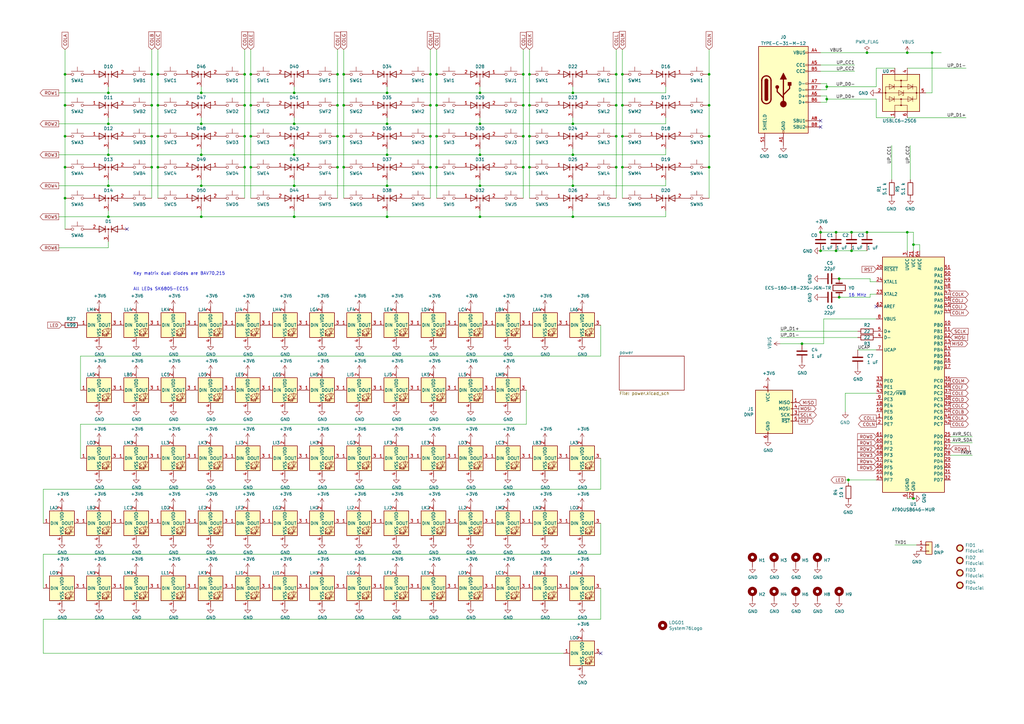
<source format=kicad_sch>
(kicad_sch (version 20211123) (generator eeschema)
  (paper "A3")
  (title_block (title "Launch Lite ISO") (date "2022-05-23") (rev "pre-1.0") (company "System76"))
  (junction (at 82.55 88.9))
  (junction (at 214.63 43.18))
  (junction (at 372.11 95.25))
  (junction (at 217.17 43.18))
  (junction (at 252.73 68.58))
  (junction (at 102.87 55.88))
  (junction (at 176.53 55.88))
  (junction (at 62.23 30.48))
  (junction (at 120.65 88.9))
  (junction (at 234.95 38.1))
  (junction (at 62.23 55.88))
  (junction (at 196.85 50.8))
  (junction (at 374.65 100.33))
  (junction (at 196.85 88.9))
  (junction (at 100.33 55.88))
  (junction (at 26.67 55.88))
  (junction (at 158.75 38.1))
  (junction (at 44.45 63.5))
  (junction (at 290.83 68.58))
  (junction (at 290.83 55.88))
  (junction (at 64.77 43.18))
  (junction (at 44.45 76.2))
  (junction (at 64.77 30.48))
  (junction (at 26.67 81.28))
  (junction (at 120.65 50.8))
  (junction (at 217.17 30.48))
  (junction (at 349.25 102.87))
  (junction (at 100.33 43.18))
  (junction (at 234.95 63.5))
  (junction (at 140.97 68.58))
  (junction (at 82.55 76.2))
  (junction (at 336.55 102.87))
  (junction (at 252.73 30.48))
  (junction (at 290.83 43.18))
  (junction (at 26.67 43.18))
  (junction (at 120.65 38.1))
  (junction (at 234.95 76.2))
  (junction (at 290.83 30.48))
  (junction (at 26.67 68.58))
  (junction (at 44.45 38.1))
  (junction (at 255.27 55.88))
  (junction (at 255.27 30.48))
  (junction (at 214.63 30.48))
  (junction (at 349.25 95.25))
  (junction (at 217.17 55.88))
  (junction (at 158.75 88.9))
  (junction (at 355.6 21.59))
  (junction (at 138.43 55.88))
  (junction (at 344.17 114.3))
  (junction (at 102.87 30.48))
  (junction (at 214.63 68.58))
  (junction (at 176.53 30.48))
  (junction (at 82.55 63.5))
  (junction (at 102.87 43.18))
  (junction (at 138.43 43.18))
  (junction (at 140.97 30.48))
  (junction (at 158.75 63.5))
  (junction (at 44.45 88.9))
  (junction (at 339.09 40.64))
  (junction (at 82.55 38.1))
  (junction (at 252.73 55.88))
  (junction (at 382.27 21.59))
  (junction (at 62.23 43.18))
  (junction (at 196.85 63.5))
  (junction (at 26.67 30.48))
  (junction (at 336.55 95.25))
  (junction (at 82.55 50.8))
  (junction (at 120.65 63.5))
  (junction (at 342.9 102.87))
  (junction (at 234.95 88.9))
  (junction (at 44.45 50.8))
  (junction (at 214.63 55.88))
  (junction (at 176.53 43.18))
  (junction (at 179.07 30.48))
  (junction (at 138.43 68.58))
  (junction (at 342.9 95.25))
  (junction (at 62.23 68.58))
  (junction (at 234.95 50.8))
  (junction (at 64.77 55.88))
  (junction (at 196.85 76.2))
  (junction (at 372.11 21.59))
  (junction (at 355.6 95.25))
  (junction (at 328.93 140.97))
  (junction (at 158.75 50.8))
  (junction (at 255.27 68.58))
  (junction (at 347.98 196.85))
  (junction (at 339.09 35.56))
  (junction (at 252.73 43.18))
  (junction (at 217.17 68.58))
  (junction (at 140.97 55.88))
  (junction (at 374.65 204.47))
  (junction (at 176.53 68.58))
  (junction (at 179.07 68.58))
  (junction (at 100.33 30.48))
  (junction (at 102.87 68.58))
  (junction (at 179.07 55.88))
  (junction (at 179.07 43.18))
  (junction (at 140.97 43.18))
  (junction (at 120.65 76.2))
  (junction (at 158.75 76.2))
  (junction (at 100.33 68.58))
  (junction (at 344.17 121.92))
  (junction (at 64.77 68.58))
  (junction (at 196.85 38.1))
  (junction (at 255.27 43.18))
  (junction (at 138.43 30.48))
  (no_connect (at 52.07 93.98))
  (no_connect (at 246.38 267.97))
  (no_connect (at 359.41 125.73))
  (no_connect (at 336.55 52.07))
  (no_connect (at 336.55 49.53))
  (wire (pts (xy 246.38 146.05) (xy 246.38 133.35)))
  (wire (pts (xy 290.83 30.48) (xy 290.83 43.18)))
  (wire (pts (xy 344.17 121.92) (xy 356.87 121.92)))
  (wire (pts (xy 120.65 76.2) (xy 158.75 76.2)))
  (wire (pts (xy 26.67 81.28) (xy 26.67 93.98)))
  (wire (pts (xy 140.97 68.58) (xy 140.97 81.28)))
  (wire (pts (xy 382.27 21.59) (xy 386.08 21.59)))
  (wire (pts (xy 100.33 55.88) (xy 100.33 68.58)))
  (wire (pts (xy 342.9 95.25) (xy 336.55 95.25)))
  (wire (pts (xy 359.41 120.65) (xy 356.87 120.65)))
  (wire (pts (xy 217.17 68.58) (xy 217.17 81.28)))
  (wire (pts (xy 64.77 55.88) (xy 64.77 68.58)))
  (wire (pts (xy 26.67 30.48) (xy 26.67 43.18)))
  (wire (pts (xy 252.73 43.18) (xy 252.73 55.88)))
  (wire (pts (xy 100.33 43.18) (xy 100.33 55.88)))
  (wire (pts (xy 24.13 63.5) (xy 44.45 63.5)))
  (wire (pts (xy 44.45 48.26) (xy 44.45 50.8)))
  (wire (pts (xy 44.45 35.56) (xy 44.45 38.1)))
  (wire (pts (xy 33.02 187.96) (xy 33.02 173.99)))
  (wire (pts (xy 102.87 20.32) (xy 102.87 30.48)))
  (wire (pts (xy 373.38 59.69) (xy 373.38 73.66)))
  (wire (pts (xy 102.87 55.88) (xy 102.87 68.58)))
  (wire (pts (xy 273.05 76.2) (xy 273.05 73.66)))
  (wire (pts (xy 374.65 102.87) (xy 374.65 100.33)))
  (wire (pts (xy 234.95 86.36) (xy 234.95 88.9)))
  (wire (pts (xy 82.55 35.56) (xy 82.55 38.1)))
  (wire (pts (xy 176.53 20.32) (xy 176.53 30.48)))
  (wire (pts (xy 367.03 223.52) (xy 375.92 223.52)))
  (wire (pts (xy 62.23 43.18) (xy 62.23 30.48)))
  (wire (pts (xy 24.13 101.6) (xy 44.45 101.6)))
  (wire (pts (xy 138.43 20.32) (xy 138.43 30.48)))
  (wire (pts (xy 336.55 36.83) (xy 339.09 36.83)))
  (wire (pts (xy 140.97 55.88) (xy 140.97 68.58)))
  (wire (pts (xy 196.85 76.2) (xy 158.75 76.2)))
  (wire (pts (xy 196.85 88.9) (xy 234.95 88.9)))
  (wire (pts (xy 234.95 48.26) (xy 234.95 50.8)))
  (wire (pts (xy 82.55 50.8) (xy 120.65 50.8)))
  (wire (pts (xy 255.27 43.18) (xy 255.27 55.88)))
  (wire (pts (xy 273.05 63.5) (xy 273.05 60.96)))
  (wire (pts (xy 179.07 55.88) (xy 179.07 68.58)))
  (wire (pts (xy 140.97 30.48) (xy 140.97 43.18)))
  (wire (pts (xy 359.41 35.56) (xy 359.41 27.94)))
  (wire (pts (xy 62.23 43.18) (xy 62.23 55.88)))
  (wire (pts (xy 158.75 88.9) (xy 158.75 86.36)))
  (wire (pts (xy 355.6 102.87) (xy 349.25 102.87)))
  (wire (pts (xy 214.63 55.88) (xy 214.63 68.58)))
  (wire (pts (xy 140.97 20.32) (xy 140.97 30.48)))
  (wire (pts (xy 347.98 196.85) (xy 346.71 196.85)))
  (wire (pts (xy 382.27 38.1) (xy 382.27 21.59)))
  (wire (pts (xy 196.85 48.26) (xy 196.85 50.8)))
  (wire (pts (xy 359.41 115.57) (xy 356.87 115.57)))
  (wire (pts (xy 215.9 173.99) (xy 215.9 160.02)))
  (wire (pts (xy 100.33 20.32) (xy 100.33 30.48)))
  (wire (pts (xy 342.9 102.87) (xy 336.55 102.87)))
  (wire (pts (xy 252.73 30.48) (xy 252.73 43.18)))
  (wire (pts (xy 44.45 63.5) (xy 82.55 63.5)))
  (wire (pts (xy 179.07 20.32) (xy 179.07 30.48)))
  (wire (pts (xy 214.63 30.48) (xy 214.63 43.18)))
  (wire (pts (xy 158.75 50.8) (xy 158.75 48.26)))
  (wire (pts (xy 196.85 88.9) (xy 158.75 88.9)))
  (wire (pts (xy 44.45 86.36) (xy 44.45 88.9)))
  (wire (pts (xy 17.78 214.63) (xy 17.78 200.66)))
  (wire (pts (xy 356.87 115.57) (xy 356.87 114.3)))
  (wire (pts (xy 82.55 38.1) (xy 120.65 38.1)))
  (wire (pts (xy 336.55 41.91) (xy 339.09 41.91)))
  (wire (pts (xy 355.6 21.59) (xy 336.55 21.59)))
  (wire (pts (xy 255.27 68.58) (xy 255.27 81.28)))
  (wire (pts (xy 234.95 35.56) (xy 234.95 38.1)))
  (wire (pts (xy 339.09 35.56) (xy 339.09 36.83)))
  (wire (pts (xy 339.09 39.37) (xy 339.09 40.64)))
  (wire (pts (xy 372.11 204.47) (xy 374.65 204.47)))
  (wire (pts (xy 179.07 43.18) (xy 179.07 55.88)))
  (wire (pts (xy 17.78 267.97) (xy 17.78 254)))
  (wire (pts (xy 196.85 76.2) (xy 234.95 76.2)))
  (wire (pts (xy 138.43 43.18) (xy 138.43 55.88)))
  (wire (pts (xy 82.55 86.36) (xy 82.55 88.9)))
  (wire (pts (xy 377.19 100.33) (xy 374.65 100.33)))
  (wire (pts (xy 339.09 35.56) (xy 359.41 35.56)))
  (wire (pts (xy 372.11 27.94) (xy 396.24 27.94)))
  (wire (pts (xy 24.13 76.2) (xy 44.45 76.2)))
  (wire (pts (xy 290.83 68.58) (xy 290.83 81.28)))
  (wire (pts (xy 214.63 43.18) (xy 214.63 55.88)))
  (wire (pts (xy 196.85 60.96) (xy 196.85 63.5)))
  (wire (pts (xy 62.23 20.32) (xy 62.23 30.48)))
  (wire (pts (xy 337.82 140.97) (xy 337.82 130.81)))
  (wire (pts (xy 44.45 73.66) (xy 44.45 76.2)))
  (wire (pts (xy 44.45 88.9) (xy 82.55 88.9)))
  (wire (pts (xy 372.11 21.59) (xy 355.6 21.59)))
  (wire (pts (xy 217.17 30.48) (xy 217.17 43.18)))
  (wire (pts (xy 120.65 86.36) (xy 120.65 88.9)))
  (wire (pts (xy 44.45 101.6) (xy 44.45 99.06)))
  (wire (pts (xy 290.83 20.32) (xy 290.83 30.48)))
  (wire (pts (xy 234.95 73.66) (xy 234.95 76.2)))
  (wire (pts (xy 234.95 88.9) (xy 273.05 88.9)))
  (wire (pts (xy 234.95 63.5) (xy 273.05 63.5)))
  (wire (pts (xy 64.77 43.18) (xy 64.77 55.88)))
  (wire (pts (xy 64.77 30.48) (xy 64.77 43.18)))
  (wire (pts (xy 339.09 40.64) (xy 359.41 40.64)))
  (wire (pts (xy 336.55 39.37) (xy 339.09 39.37)))
  (wire (pts (xy 217.17 43.18) (xy 217.17 55.88)))
  (wire (pts (xy 359.41 27.94) (xy 367.03 27.94)))
  (wire (pts (xy 176.53 68.58) (xy 176.53 81.28)))
  (wire (pts (xy 356.87 120.65) (xy 356.87 121.92)))
  (wire (pts (xy 359.41 48.26) (xy 367.03 48.26)))
  (wire (pts (xy 255.27 20.32) (xy 255.27 30.48)))
  (wire (pts (xy 196.85 50.8) (xy 234.95 50.8)))
  (wire (pts (xy 255.27 30.48) (xy 255.27 43.18)))
  (wire (pts (xy 120.65 73.66) (xy 120.65 76.2)))
  (wire (pts (xy 44.45 38.1) (xy 82.55 38.1)))
  (wire (pts (xy 62.23 68.58) (xy 62.23 81.28)))
  (wire (pts (xy 24.13 38.1) (xy 44.45 38.1)))
  (wire (pts (xy 320.04 140.97) (xy 328.93 140.97)))
  (wire (pts (xy 359.41 40.64) (xy 359.41 48.26)))
  (wire (pts (xy 26.67 55.88) (xy 26.67 68.58)))
  (wire (pts (xy 82.55 63.5) (xy 120.65 63.5)))
  (wire (pts (xy 320.04 135.89) (xy 351.79 135.89)))
  (wire (pts (xy 33.02 146.05) (xy 246.38 146.05)))
  (wire (pts (xy 196.85 63.5) (xy 158.75 63.5)))
  (wire (pts (xy 17.78 227.33) (xy 246.38 227.33)))
  (wire (pts (xy 179.07 30.48) (xy 179.07 43.18)))
  (wire (pts (xy 82.55 73.66) (xy 82.55 76.2)))
  (wire (pts (xy 138.43 68.58) (xy 138.43 81.28)))
  (wire (pts (xy 350.52 29.21) (xy 336.55 29.21)))
  (wire (pts (xy 359.41 196.85) (xy 347.98 196.85)))
  (wire (pts (xy 179.07 68.58) (xy 179.07 81.28)))
  (wire (pts (xy 176.53 43.18) (xy 176.53 55.88)))
  (wire (pts (xy 17.78 254) (xy 246.38 254)))
  (wire (pts (xy 214.63 20.32) (xy 214.63 30.48)))
  (wire (pts (xy 328.93 140.97) (xy 337.82 140.97)))
  (wire (pts (xy 337.82 130.81) (xy 359.41 130.81)))
  (wire (pts (xy 252.73 20.32) (xy 252.73 30.48)))
  (wire (pts (xy 26.67 20.32) (xy 26.67 30.48)))
  (wire (pts (xy 158.75 38.1) (xy 158.75 35.56)))
  (wire (pts (xy 290.83 43.18) (xy 290.83 55.88)))
  (wire (pts (xy 138.43 55.88) (xy 138.43 68.58)))
  (wire (pts (xy 377.19 102.87) (xy 377.19 100.33)))
  (wire (pts (xy 349.25 102.87) (xy 342.9 102.87)))
  (wire (pts (xy 379.73 38.1) (xy 382.27 38.1)))
  (wire (pts (xy 102.87 68.58) (xy 102.87 81.28)))
  (wire (pts (xy 365.76 73.66) (xy 365.76 59.69)))
  (wire (pts (xy 255.27 55.88) (xy 255.27 68.58)))
  (wire (pts (xy 17.78 200.66) (xy 246.38 200.66)))
  (wire (pts (xy 196.85 86.36) (xy 196.85 88.9)))
  (wire (pts (xy 196.85 38.1) (xy 158.75 38.1)))
  (wire (pts (xy 26.67 68.58) (xy 26.67 81.28)))
  (wire (pts (xy 158.75 63.5) (xy 158.75 60.96)))
  (wire (pts (xy 82.55 63.5) (xy 82.55 60.96)))
  (wire (pts (xy 196.85 73.66) (xy 196.85 76.2)))
  (wire (pts (xy 24.13 50.8) (xy 44.45 50.8)))
  (wire (pts (xy 252.73 68.58) (xy 252.73 81.28)))
  (wire (pts (xy 120.65 88.9) (xy 158.75 88.9)))
  (wire (pts (xy 44.45 50.8) (xy 82.55 50.8)))
  (wire (pts (xy 100.33 68.58) (xy 100.33 81.28)))
  (wire (pts (xy 246.38 227.33) (xy 246.38 214.63)))
  (wire (pts (xy 351.79 143.51) (xy 359.41 143.51)))
  (wire (pts (xy 100.33 30.48) (xy 100.33 43.18)))
  (wire (pts (xy 138.43 30.48) (xy 138.43 43.18)))
  (wire (pts (xy 372.11 95.25) (xy 372.11 102.87)))
  (wire (pts (xy 33.02 173.99) (xy 215.9 173.99)))
  (wire (pts (xy 290.83 55.88) (xy 290.83 68.58)))
  (wire (pts (xy 120.65 63.5) (xy 158.75 63.5)))
  (wire (pts (xy 246.38 254) (xy 246.38 241.3)))
  (wire (pts (xy 372.11 95.25) (xy 374.65 95.25)))
  (wire (pts (xy 355.6 95.25) (xy 372.11 95.25)))
  (wire (pts (xy 372.11 48.26) (xy 396.24 48.26)))
  (wire (pts (xy 82.55 88.9) (xy 120.65 88.9)))
  (wire (pts (xy 82.55 48.26) (xy 82.55 50.8)))
  (wire (pts (xy 246.38 200.66) (xy 246.38 187.96)))
  (wire (pts (xy 62.23 55.88) (xy 62.23 68.58)))
  (wire (pts (xy 273.05 88.9) (xy 273.05 86.36)))
  (wire (pts (xy 33.02 146.05) (xy 33.02 160.02)))
  (wire (pts (xy 44.45 60.96) (xy 44.45 63.5)))
  (wire (pts (xy 336.55 26.67) (xy 350.52 26.67)))
  (wire (pts (xy 17.78 241.3) (xy 17.78 227.33)))
  (wire (pts (xy 196.85 38.1) (xy 234.95 38.1)))
  (wire (pts (xy 120.65 35.56) (xy 120.65 38.1)))
  (wire (pts (xy 374.65 100.33) (xy 374.65 95.25)))
  (wire (pts (xy 320.04 138.43) (xy 351.79 138.43)))
  (wire (pts (xy 140.97 43.18) (xy 140.97 55.88)))
  (wire (pts (xy 398.78 179.07) (xy 389.89 179.07)))
  (wire (pts (xy 158.75 50.8) (xy 196.85 50.8)))
  (wire (pts (xy 214.63 68.58) (xy 214.63 81.28)))
  (wire (pts (xy 382.27 21.59) (xy 372.11 21.59)))
  (wire (pts (xy 234.95 60.96) (xy 234.95 63.5)))
  (wire (pts (xy 82.55 76.2) (xy 120.65 76.2)))
  (wire (pts (xy 102.87 30.48) (xy 102.87 43.18)))
  (wire (pts (xy 64.77 68.58) (xy 64.77 81.28)))
  (wire (pts (xy 398.78 181.61) (xy 389.89 181.61)))
  (wire (pts (xy 346.71 161.29) (xy 346.71 168.91)))
  (wire (pts (xy 359.41 161.29) (xy 346.71 161.29)))
  (wire (pts (xy 336.55 34.29) (xy 339.09 34.29)))
  (wire (pts (xy 158.75 76.2) (xy 158.75 73.66)))
  (wire (pts (xy 234.95 38.1) (xy 273.05 38.1)))
  (wire (pts (xy 24.13 88.9) (xy 44.45 88.9)))
  (wire (pts (xy 398.78 186.69) (xy 389.89 186.69)))
  (wire (pts (xy 120.65 60.96) (xy 120.65 63.5)))
  (wire (pts (xy 120.65 50.8) (xy 158.75 50.8)))
  (wire (pts (xy 252.73 55.88) (xy 252.73 68.58)))
  (wire (pts (xy 196.85 63.5) (xy 234.95 63.5)))
  (wire (pts (xy 176.53 30.48) (xy 176.53 43.18)))
  (wire (pts (xy 355.6 95.25) (xy 349.25 95.25)))
  (wire (pts (xy 339.09 40.64) (xy 339.09 41.91)))
  (wire (pts (xy 234.95 50.8) (xy 273.05 50.8)))
  (wire (pts (xy 349.25 95.25) (xy 342.9 95.25)))
  (wire (pts (xy 273.05 38.1) (xy 273.05 35.56)))
  (wire (pts (xy 217.17 20.32) (xy 217.17 30.48)))
  (wire (pts (xy 120.65 38.1) (xy 158.75 38.1)))
  (wire (pts (xy 273.05 50.8) (xy 273.05 48.26)))
  (wire (pts (xy 26.67 43.18) (xy 26.67 55.88)))
  (wire (pts (xy 347.98 198.12) (xy 347.98 196.85)))
  (wire (pts (xy 339.09 34.29) (xy 339.09 35.56)))
  (wire (pts (xy 344.17 114.3) (xy 356.87 114.3)))
  (wire (pts (xy 176.53 55.88) (xy 176.53 68.58)))
  (wire (pts (xy 17.78 267.97) (xy 231.14 267.97)))
  (wire (pts (xy 120.65 48.26) (xy 120.65 50.8)))
  (wire (pts (xy 217.17 55.88) (xy 217.17 68.58)))
  (wire (pts (xy 196.85 35.56) (xy 196.85 38.1)))
  (wire (pts (xy 234.95 76.2) (xy 273.05 76.2)))
  (wire (pts (xy 64.77 20.32) (xy 64.77 30.48)))
  (wire (pts (xy 102.87 43.18) (xy 102.87 55.88)))
  (wire (pts (xy 44.45 76.2) (xy 82.55 76.2)))
  (text "Key matrix dual diodes are BAV70,215" (at 54.61 113.03 0) (effects (font (size 1.27 1.27)) (justify left bottom)))
  (text "All LEDs SK6805-EC15" (at 54.61 119.38 0) (effects (font (size 1.27 1.27)) (justify left bottom)))
  (text "16 MHz" (at 347.98 121.92 0) (effects (font (size 1.27 1.27)) (justify left bottom)))
  (label "UP_CC2" (at 373.38 59.69 270))
  (label "UCAP" (at 351.79 143.51 0))
  (label "VBUS" (at 340.36 21.59 0))
  (label "UP_CC1" (at 365.76 59.69 270))
  (label "UP_D1-" (at 320.04 138.43 0))
  (label "AVR_SCL" (at 398.78 179.07 180))
  (label "TXD1" (at 398.78 186.69 180))
  (label "UP_D0+" (at 342.9 40.64 0))
  (label "UP_D0-" (at 342.9 35.56 0))
  (label "UP_D1+" (at 396.24 48.26 180))
  (label "UP_D1-" (at 396.24 27.94 180))
  (label "AVR_SDA" (at 398.78 181.61 180))
  (label "UP_CC1" (at 350.52 26.67 180))
  (label "TXD1" (at 367.03 223.52 0))
  (label "UP_D1+" (at 320.04 135.89 0))
  (label "UP_CC2" (at 350.52 29.21 180))
  (global_label "ROW5" (shape input) (at 359.41 191.77 180) (property "Intersheet References" "${INTERSHEET_REFS}" (effects hide)))
  (global_label "ROW6" (shape output) (at 24.13 101.6 180) (property "Intersheet References" "${INTERSHEET_REFS}" (effects hide)))
  (global_label "COLL" (shape output) (at 359.41 171.45 180) (property "Intersheet References" "${INTERSHEET_REFS}" (effects hide)))
  (global_label "ROW1" (shape input) (at 359.41 181.61 180) (property "Intersheet References" "${INTERSHEET_REFS}" (effects hide)))
  (global_label "COLN" (shape input) (at 290.83 20.32 90) (property "Intersheet References" "${INTERSHEET_REFS}" (effects hide)))
  (global_label "RST" (shape output) (at 327.66 172.72 0) (property "Intersheet References" "${INTERSHEET_REFS}" (effects hide)))
  (global_label "ROW3" (shape input) (at 359.41 186.69 180) (property "Intersheet References" "${INTERSHEET_REFS}" (effects hide)))
  (global_label "COLA" (shape output) (at 389.89 171.45 0) (property "Intersheet References" "${INTERSHEET_REFS}" (effects hide)))
  (global_label "COLM" (shape output) (at 389.89 156.21 0) (property "Intersheet References" "${INTERSHEET_REFS}" (effects hide)))
  (global_label "COLB" (shape output) (at 389.89 168.91 0) (property "Intersheet References" "${INTERSHEET_REFS}" (effects hide)))
  (global_label "COLK" (shape output) (at 389.89 120.65 0) (property "Intersheet References" "${INTERSHEET_REFS}" (effects hide)))
  (global_label "LED" (shape input) (at 25.4 133.35 180) (property "Intersheet References" "${INTERSHEET_REFS}" (effects hide)))
  (global_label "COLL" (shape input) (at 252.73 20.32 90) (property "Intersheet References" "${INTERSHEET_REFS}" (effects hide)))
  (global_label "ROW5" (shape output) (at 24.13 88.9 180) (property "Intersheet References" "${INTERSHEET_REFS}" (effects hide)))
  (global_label "ROW1" (shape output) (at 24.13 38.1 180) (property "Intersheet References" "${INTERSHEET_REFS}" (effects hide)))
  (global_label "ROW2" (shape input) (at 359.41 184.15 180) (property "Intersheet References" "${INTERSHEET_REFS}" (effects hide)))
  (global_label "COLM" (shape input) (at 255.27 20.32 90) (property "Intersheet References" "${INTERSHEET_REFS}" (effects hide)))
  (global_label "ROW0" (shape input) (at 359.41 179.07 180) (property "Intersheet References" "${INTERSHEET_REFS}" (effects hide)))
  (global_label "SCLK" (shape output) (at 327.66 170.18 0) (property "Intersheet References" "${INTERSHEET_REFS}" (effects hide)))
  (global_label "MOSI" (shape input) (at 389.89 138.43 0) (property "Intersheet References" "${INTERSHEET_REFS}" (effects hide)))
  (global_label "MISO" (shape input) (at 327.66 165.1 0) (property "Intersheet References" "${INTERSHEET_REFS}" (effects hide)))
  (global_label "MOSI" (shape output) (at 327.66 167.64 0) (property "Intersheet References" "${INTERSHEET_REFS}" (effects hide)))
  (global_label "COLG" (shape output) (at 389.89 173.99 0) (property "Intersheet References" "${INTERSHEET_REFS}" (effects hide)))
  (global_label "SCLK" (shape input) (at 389.89 135.89 0) (property "Intersheet References" "${INTERSHEET_REFS}" (effects hide)))
  (global_label "COLN" (shape output) (at 359.41 173.99 180) (property "Intersheet References" "${INTERSHEET_REFS}" (effects hide)))
  (global_label "COLK" (shape input) (at 217.17 20.32 90) (property "Intersheet References" "${INTERSHEET_REFS}" (effects hide)))
  (global_label "COLC" (shape input) (at 64.77 20.32 90) (property "Intersheet References" "${INTERSHEET_REFS}" (effects hide)))
  (global_label "ROW6" (shape input) (at 389.89 184.15 0) (property "Intersheet References" "${INTERSHEET_REFS}" (effects hide)))
  (global_label "ROW2" (shape output) (at 24.13 50.8 180) (property "Intersheet References" "${INTERSHEET_REFS}" (effects hide)))
  (global_label "RST" (shape input) (at 359.41 110.49 180) (property "Intersheet References" "${INTERSHEET_REFS}" (effects hide)))
  (global_label "COLE" (shape output) (at 389.89 161.29 0) (property "Intersheet References" "${INTERSHEET_REFS}" (effects hide)))
  (global_label "LED" (shape output) (at 346.71 196.85 180) (property "Intersheet References" "${INTERSHEET_REFS}" (effects hide)))
  (global_label "ROW3" (shape output) (at 24.13 63.5 180) (property "Intersheet References" "${INTERSHEET_REFS}" (effects hide)))
  (global_label "COLJ" (shape input) (at 214.63 20.32 90) (property "Intersheet References" "${INTERSHEET_REFS}" (effects hide)))
  (global_label "COLI" (shape input) (at 179.07 20.32 90) (property "Intersheet References" "${INTERSHEET_REFS}" (effects hide)))
  (global_label "ROW4" (shape input) (at 359.41 189.23 180) (property "Intersheet References" "${INTERSHEET_REFS}" (effects hide)))
  (global_label "ROW4" (shape output) (at 24.13 76.2 180) (property "Intersheet References" "${INTERSHEET_REFS}" (effects hide)))
  (global_label "COLH" (shape output) (at 389.89 128.27 0) (property "Intersheet References" "${INTERSHEET_REFS}" (effects hide)))
  (global_label "COLF" (shape output) (at 389.89 158.75 0) (property "Intersheet References" "${INTERSHEET_REFS}" (effects hide)))
  (global_label "MISO" (shape output) (at 389.89 140.97 0) (property "Intersheet References" "${INTERSHEET_REFS}" (effects hide)))
  (global_label "COLG" (shape input) (at 140.97 20.32 90) (property "Intersheet References" "${INTERSHEET_REFS}" (effects hide)))
  (global_label "COLJ" (shape output) (at 389.89 123.19 0) (property "Intersheet References" "${INTERSHEET_REFS}" (effects hide)))
  (global_label "COLA" (shape input) (at 26.67 20.32 90) (property "Intersheet References" "${INTERSHEET_REFS}" (effects hide)))
  (global_label "COLI" (shape output) (at 389.89 125.73 0) (property "Intersheet References" "${INTERSHEET_REFS}" (effects hide)))
  (global_label "COLD" (shape output) (at 389.89 163.83 0) (property "Intersheet References" "${INTERSHEET_REFS}" (effects hide)))
  (global_label "COLF" (shape input) (at 138.43 20.32 90) (property "Intersheet References" "${INTERSHEET_REFS}" (effects hide)))
  (global_label "COLE" (shape input) (at 102.87 20.32 90) (property "Intersheet References" "${INTERSHEET_REFS}" (effects hide)))
  (global_label "COLD" (shape input) (at 100.33 20.32 90) (property "Intersheet References" "${INTERSHEET_REFS}" (effects hide)))
  (global_label "COLH" (shape input) (at 176.53 20.32 90) (property "Intersheet References" "${INTERSHEET_REFS}" (effects hide)))
  (global_label "COLB" (shape input) (at 62.23 20.32 90) (property "Intersheet References" "${INTERSHEET_REFS}" (effects hide)))
  (global_label "COLC" (shape output) (at 389.89 166.37 0) (property "Intersheet References" "${INTERSHEET_REFS}" (effects hide)))
  (symbol (lib_id "Switch:SW_Push") (at 31.75 30.48 0) (unit 1)
    (property "Reference" "SWA1" (at 31.75 33.02 0))
    (property "Value" "CPG151101S11" (effects hide))
    (property "Footprint" "Kailh:Kailh_socket_MX" (effects hide))
    (property "Manufacturer" "Kailh" (effects hide))
  )
  (symbol (lib_id "Switch:SW_Push") (at 57.15 30.48 0) (mirror y) (unit 1)
    (property "Reference" "SWB1" (at 57.15 33.02 0))
    (property "Value" "CPG151101S11" (effects hide))
    (property "Footprint" "Kailh:Kailh_socket_MX" (effects hide))
    (property "Manufacturer" "Kailh" (effects hide))
  )
  (symbol (lib_id "Switch:SW_Push") (at 69.85 30.48 0) (unit 1)
    (property "Reference" "SWC1" (at 69.85 33.02 0))
    (property "Value" "CPG151101S11" (effects hide))
    (property "Footprint" "Kailh:Kailh_socket_MX" (effects hide))
    (property "Manufacturer" "Kailh" (effects hide))
  )
  (symbol (lib_id "Switch:SW_Push") (at 95.25 30.48 0) (mirror y) (unit 1)
    (property "Reference" "SWD1" (at 95.25 33.02 0))
    (property "Value" "CPG151101S11" (effects hide))
    (property "Footprint" "Kailh:Kailh_socket_MX" (effects hide))
    (property "Manufacturer" "Kailh" (effects hide))
  )
  (symbol (lib_id "Switch:SW_Push") (at 107.95 30.48 0) (unit 1)
    (property "Reference" "SWE1" (at 107.95 33.02 0))
    (property "Value" "CPG151101S11" (effects hide))
    (property "Footprint" "Kailh:Kailh_socket_MX" (effects hide))
    (property "Manufacturer" "Kailh" (effects hide))
  )
  (symbol (lib_id "Switch:SW_Push") (at 133.35 30.48 0) (mirror y) (unit 1)
    (property "Reference" "SWF1" (at 133.35 33.02 0))
    (property "Value" "CPG151101S11" (effects hide))
    (property "Footprint" "Kailh:Kailh_socket_MX" (effects hide))
    (property "Manufacturer" "Kailh" (effects hide))
  )
  (symbol (lib_id "Switch:SW_Push") (at 146.05 30.48 0) (unit 1)
    (property "Reference" "SWG1" (at 146.05 33.02 0))
    (property "Value" "CPG151101S11" (effects hide))
    (property "Footprint" "Kailh:Kailh_socket_MX" (effects hide))
    (property "Manufacturer" "Kailh" (effects hide))
  )
  (symbol (lib_id "Switch:SW_Push") (at 171.45 30.48 0) (mirror y) (unit 1)
    (property "Reference" "SWH1" (at 171.45 33.02 0))
    (property "Value" "CPG151101S11" (effects hide))
    (property "Footprint" "Kailh:Kailh_socket_MX" (effects hide))
    (property "Manufacturer" "Kailh" (effects hide))
  )
  (symbol (lib_id "Switch:SW_Push") (at 184.15 30.48 0) (unit 1)
    (property "Reference" "SWI1" (at 184.15 33.02 0))
    (property "Value" "CPG151101S11" (effects hide))
    (property "Footprint" "Kailh:Kailh_socket_MX" (effects hide))
    (property "Manufacturer" "Kailh" (effects hide))
  )
  (symbol (lib_id "Switch:SW_Push") (at 209.55 30.48 0) (mirror y) (unit 1)
    (property "Reference" "SWJ1" (at 209.55 33.02 0))
    (property "Value" "CPG151101S11" (effects hide))
    (property "Footprint" "Kailh:Kailh_socket_MX" (effects hide))
    (property "Manufacturer" "Kailh" (effects hide))
  )
  (symbol (lib_id "Switch:SW_Push") (at 222.25 30.48 0) (unit 1)
    (property "Reference" "SWK1" (at 222.25 33.02 0))
    (property "Value" "CPG151101S11" (effects hide))
    (property "Footprint" "Kailh:Kailh_socket_MX" (effects hide))
    (property "Manufacturer" "Kailh" (effects hide))
  )
  (symbol (lib_id "Switch:SW_Push") (at 247.65 30.48 0) (mirror y) (unit 1)
    (property "Reference" "SWL1" (at 247.65 33.02 0))
    (property "Value" "CPG151101S11" (effects hide))
    (property "Footprint" "Kailh:Kailh_socket_MX" (effects hide))
    (property "Manufacturer" "Kailh" (effects hide))
  )
  (symbol (lib_id "Switch:SW_Push") (at 260.35 30.48 0) (unit 1)
    (property "Reference" "SWM1" (at 260.35 33.02 0))
    (property "Value" "CPG151101S11" (effects hide))
    (property "Footprint" "Kailh:Kailh_socket_MX" (effects hide))
    (property "Manufacturer" "Kailh" (effects hide))
  )
  (symbol (lib_id "Switch:SW_Push") (at 285.75 30.48 0) (mirror y) (unit 1)
    (property "Reference" "SWN1" (at 285.75 33.02 0))
    (property "Value" "CPG151101S11" (effects hide))
    (property "Footprint" "Kailh:Kailh_socket_MX" (effects hide))
    (property "Manufacturer" "Kailh" (effects hide))
  )
  (symbol (lib_id "Switch:SW_Push") (at 285.75 43.18 0) (mirror y) (unit 1)
    (property "Reference" "SWN2" (at 285.75 45.72 0))
    (property "Value" "CPG151101S11" (effects hide))
    (property "Footprint" "Kailh:Kailh_socket_MX" (effects hide))
    (property "Manufacturer" "Kailh" (effects hide))
  )
  (symbol (lib_id "Switch:SW_Push") (at 260.35 43.18 0) (unit 1)
    (property "Reference" "SWM2" (at 260.35 45.72 0))
    (property "Value" "CPG151101S11" (effects hide))
    (property "Footprint" "Kailh:Kailh_socket_MX" (effects hide))
    (property "Manufacturer" "Kailh" (effects hide))
  )
  (symbol (lib_id "Switch:SW_Push") (at 247.65 43.18 0) (mirror y) (unit 1)
    (property "Reference" "SWL2" (at 247.65 45.72 0))
    (property "Value" "CPG151101S11" (effects hide))
    (property "Footprint" "Kailh:Kailh_socket_MX" (effects hide))
    (property "Manufacturer" "Kailh" (effects hide))
  )
  (symbol (lib_id "Switch:SW_Push") (at 222.25 43.18 0) (unit 1)
    (property "Reference" "SWK2" (at 222.25 45.72 0))
    (property "Value" "CPG151101S11" (effects hide))
    (property "Footprint" "Kailh:Kailh_socket_MX" (effects hide))
    (property "Manufacturer" "Kailh" (effects hide))
  )
  (symbol (lib_id "Switch:SW_Push") (at 209.55 43.18 0) (mirror y) (unit 1)
    (property "Reference" "SWJ2" (at 209.55 45.72 0))
    (property "Value" "CPG151101S11" (effects hide))
    (property "Footprint" "Kailh:Kailh_socket_MX" (effects hide))
    (property "Manufacturer" "Kailh" (effects hide))
  )
  (symbol (lib_id "Switch:SW_Push") (at 285.75 55.88 0) (mirror y) (unit 1)
    (property "Reference" "SWN3" (at 285.75 58.42 0))
    (property "Value" "CPG151101S11" (effects hide))
    (property "Footprint" "Kailh:Kailh_socket_MX" (effects hide))
    (property "Manufacturer" "Kailh" (effects hide))
  )
  (symbol (lib_id "Switch:SW_Push") (at 285.75 68.58 0) (mirror y) (unit 1)
    (property "Reference" "SWN4" (at 285.75 71.12 0))
    (property "Value" "CPG151101S11" (effects hide))
    (property "Footprint" "Kailh:Kailh_socket_MX" (effects hide))
    (property "Manufacturer" "Kailh" (effects hide))
  )
  (symbol (lib_id "Switch:SW_Push") (at 285.75 81.28 0) (mirror y) (unit 1)
    (property "Reference" "SWN5" (at 285.75 83.82 0))
    (property "Value" "CPG151101S11" (effects hide))
    (property "Footprint" "Kailh:Kailh_socket_MX" (effects hide))
    (property "Manufacturer" "Kailh" (effects hide))
  )
  (symbol (lib_id "Switch:SW_Push") (at 133.35 81.28 0) (mirror y) (unit 1)
    (property "Reference" "SWF5" (at 133.35 83.82 0))
    (property "Value" "CPG151101S11" (effects hide))
    (property "Footprint" "Kailh:Kailh_socket_MX" (effects hide))
    (property "Manufacturer" "Kailh" (effects hide))
  )
  (symbol (lib_id "Switch:SW_Push") (at 260.35 55.88 0) (unit 1)
    (property "Reference" "SWM3" (at 260.35 58.42 0))
    (property "Value" "CPG151101S11" (effects hide))
    (property "Footprint" "Kailh:Kailh_socket_MX" (effects hide))
    (property "Manufacturer" "Kailh" (effects hide))
  )
  (symbol (lib_id "Switch:SW_Push") (at 247.65 55.88 0) (mirror y) (unit 1)
    (property "Reference" "SWL3" (at 247.65 58.42 0))
    (property "Value" "CPG151101S11" (effects hide))
    (property "Footprint" "Kailh:Kailh_socket_MX" (effects hide))
    (property "Manufacturer" "Kailh" (effects hide))
  )
  (symbol (lib_id "Switch:SW_Push") (at 222.25 55.88 0) (unit 1)
    (property "Reference" "SWK3" (at 222.25 58.42 0))
    (property "Value" "CPG151101S11" (effects hide))
    (property "Footprint" "Kailh:Kailh_socket_MX" (effects hide))
    (property "Manufacturer" "Kailh" (effects hide))
  )
  (symbol (lib_id "Switch:SW_Push") (at 260.35 68.58 0) (unit 1)
    (property "Reference" "SWM4" (at 260.35 71.12 0))
    (property "Value" "CPG151101S11" (effects hide))
    (property "Footprint" "Kailh:Kailh_socket_MX" (effects hide))
    (property "Manufacturer" "Kailh" (effects hide))
  )
  (symbol (lib_id "Switch:SW_Push") (at 247.65 68.58 0) (mirror y) (unit 1)
    (property "Reference" "SWL4" (at 247.65 71.12 0))
    (property "Value" "CPG151101S11" (effects hide))
    (property "Footprint" "Kailh:Kailh_socket_MX" (effects hide))
    (property "Manufacturer" "Kailh" (effects hide))
  )
  (symbol (lib_id "Switch:SW_Push") (at 222.25 68.58 0) (unit 1)
    (property "Reference" "SWK4" (at 222.25 71.12 0))
    (property "Value" "CPG151101S11" (effects hide))
    (property "Footprint" "Kailh:Kailh_socket_MX" (effects hide))
    (property "Manufacturer" "Kailh" (effects hide))
  )
  (symbol (lib_id "Switch:SW_Push") (at 209.55 68.58 0) (mirror y) (unit 1)
    (property "Reference" "SWJ4" (at 209.55 71.12 0))
    (property "Value" "CPG151101S11" (effects hide))
    (property "Footprint" "Kailh:Kailh_socket_MX" (effects hide))
    (property "Manufacturer" "Kailh" (effects hide))
  )
  (symbol (lib_id "Switch:SW_Push") (at 209.55 55.88 0) (mirror y) (unit 1)
    (property "Reference" "SWJ3" (at 209.55 58.42 0))
    (property "Value" "CPG151101S11" (effects hide))
    (property "Footprint" "Kailh:Kailh_socket_MX" (effects hide))
    (property "Manufacturer" "Kailh" (effects hide))
  )
  (symbol (lib_id "Switch:SW_Push") (at 184.15 55.88 0) (unit 1)
    (property "Reference" "SWI3" (at 184.15 58.42 0))
    (property "Value" "CPG151101S11" (effects hide))
    (property "Footprint" "Kailh:Kailh_socket_MX" (effects hide))
    (property "Manufacturer" "Kailh" (effects hide))
  )
  (symbol (lib_id "Switch:SW_Push") (at 184.15 43.18 0) (unit 1)
    (property "Reference" "SWI2" (at 184.15 45.72 0))
    (property "Value" "CPG151101S11" (effects hide))
    (property "Footprint" "Kailh:Kailh_socket_MX" (effects hide))
    (property "Manufacturer" "Kailh" (effects hide))
  )
  (symbol (lib_id "Switch:SW_Push") (at 171.45 43.18 0) (mirror y) (unit 1)
    (property "Reference" "SWH2" (at 171.45 45.72 0))
    (property "Value" "CPG151101S11" (effects hide))
    (property "Footprint" "Kailh:Kailh_socket_MX" (effects hide))
    (property "Manufacturer" "Kailh" (effects hide))
  )
  (symbol (lib_id "Switch:SW_Push") (at 171.45 55.88 0) (mirror y) (unit 1)
    (property "Reference" "SWH3" (at 171.45 58.42 0))
    (property "Value" "CPG151101S11" (effects hide))
    (property "Footprint" "Kailh:Kailh_socket_MX" (effects hide))
    (property "Manufacturer" "Kailh" (effects hide))
  )
  (symbol (lib_id "Switch:SW_Push") (at 184.15 68.58 0) (unit 1)
    (property "Reference" "SWI4" (at 184.15 71.12 0))
    (property "Value" "CPG151101S11" (effects hide))
    (property "Footprint" "Kailh:Kailh_socket_MX" (effects hide))
    (property "Manufacturer" "Kailh" (effects hide))
  )
  (symbol (lib_id "Switch:SW_Push") (at 260.35 81.28 0) (unit 1)
    (property "Reference" "SWM5" (at 260.35 83.82 0))
    (property "Value" "CPG151101S11" (effects hide))
    (property "Footprint" "Kailh:Kailh_socket_MX" (effects hide))
    (property "Manufacturer" "Kailh" (effects hide))
  )
  (symbol (lib_id "Switch:SW_Push") (at 247.65 81.28 0) (mirror y) (unit 1)
    (property "Reference" "SWL5" (at 247.65 83.82 0))
    (property "Value" "CPG151101S11" (effects hide))
    (property "Footprint" "Kailh:Kailh_socket_MX" (effects hide))
    (property "Manufacturer" "Kailh" (effects hide))
  )
  (symbol (lib_id "Switch:SW_Push") (at 222.25 81.28 0) (unit 1)
    (property "Reference" "SWK5" (at 222.25 83.82 0))
    (property "Value" "CPG151101S11" (effects hide))
    (property "Footprint" "Kailh:Kailh_socket_MX" (effects hide))
    (property "Manufacturer" "Kailh" (effects hide))
  )
  (symbol (lib_id "Switch:SW_Push") (at 209.55 81.28 0) (mirror y) (unit 1)
    (property "Reference" "SWJ5" (at 209.55 83.82 0))
    (property "Value" "CPG151101S11" (effects hide))
    (property "Footprint" "Kailh:Kailh_socket_MX" (effects hide))
    (property "Manufacturer" "Kailh" (effects hide))
  )
  (symbol (lib_id "Switch:SW_Push") (at 184.15 81.28 0) (unit 1)
    (property "Reference" "SWI5" (at 184.15 83.82 0))
    (property "Value" "CPG151101S11" (effects hide))
    (property "Footprint" "Kailh:Kailh_socket_MX" (effects hide))
    (property "Manufacturer" "Kailh" (effects hide))
  )
  (symbol (lib_id "Switch:SW_Push") (at 171.45 81.28 0) (mirror y) (unit 1)
    (property "Reference" "SWH5" (at 171.45 83.82 0))
    (property "Value" "CPG151101S11" (effects hide))
    (property "Footprint" "Kailh:Kailh_socket_MX" (effects hide))
    (property "Manufacturer" "Kailh" (effects hide))
  )
  (symbol (lib_id "Switch:SW_Push") (at 171.45 68.58 0) (mirror y) (unit 1)
    (property "Reference" "SWH4" (at 171.45 71.12 0))
    (property "Value" "CPG151101S11" (effects hide))
    (property "Footprint" "Kailh:Kailh_socket_MX" (effects hide))
    (property "Manufacturer" "Kailh" (effects hide))
  )
  (symbol (lib_id "Switch:SW_Push") (at 146.05 68.58 0) (unit 1)
    (property "Reference" "SWG4" (at 146.05 71.12 0))
    (property "Value" "CPG151101S11" (effects hide))
    (property "Footprint" "Kailh:Kailh_socket_MX" (effects hide))
    (property "Manufacturer" "Kailh" (effects hide))
  )
  (symbol (lib_id "Switch:SW_Push") (at 146.05 55.88 0) (unit 1)
    (property "Reference" "SWG3" (at 146.05 58.42 0))
    (property "Value" "CPG151101S11" (effects hide))
    (property "Footprint" "Kailh:Kailh_socket_MX" (effects hide))
    (property "Manufacturer" "Kailh" (effects hide))
  )
  (symbol (lib_id "Switch:SW_Push") (at 146.05 43.18 0) (unit 1)
    (property "Reference" "SWG2" (at 146.05 45.72 0))
    (property "Value" "CPG151101S11" (effects hide))
    (property "Footprint" "Kailh:Kailh_socket_MX" (effects hide))
    (property "Manufacturer" "Kailh" (effects hide))
  )
  (symbol (lib_id "Switch:SW_Push") (at 133.35 43.18 0) (mirror y) (unit 1)
    (property "Reference" "SWF2" (at 133.35 45.72 0))
    (property "Value" "CPG151101S11" (effects hide))
    (property "Footprint" "Kailh:Kailh_socket_MX" (effects hide))
    (property "Manufacturer" "Kailh" (effects hide))
  )
  (symbol (lib_id "Switch:SW_Push") (at 133.35 55.88 0) (mirror y) (unit 1)
    (property "Reference" "SWF3" (at 133.35 58.42 0))
    (property "Value" "CPG151101S11" (effects hide))
    (property "Footprint" "Kailh:Kailh_socket_MX" (effects hide))
    (property "Manufacturer" "Kailh" (effects hide))
  )
  (symbol (lib_id "Switch:SW_Push") (at 133.35 68.58 0) (mirror y) (unit 1)
    (property "Reference" "SWF4" (at 133.35 71.12 0))
    (property "Value" "CPG151101S11" (effects hide))
    (property "Footprint" "Kailh:Kailh_socket_MX" (effects hide))
    (property "Manufacturer" "Kailh" (effects hide))
  )
  (symbol (lib_id "Switch:SW_Push") (at 146.05 81.28 0) (unit 1)
    (property "Reference" "SWG5" (at 146.05 83.82 0))
    (property "Value" "CPG151101S11" (effects hide))
    (property "Footprint" "Kailh:Kailh_socket_MX" (effects hide))
    (property "Manufacturer" "Kailh" (effects hide))
  )
  (symbol (lib_id "Switch:SW_Push") (at 107.95 81.28 0) (unit 1)
    (property "Reference" "SWE5" (at 107.95 83.82 0))
    (property "Value" "CPG151101S11" (effects hide))
    (property "Footprint" "Kailh:Kailh_socket_MX" (effects hide))
    (property "Manufacturer" "Kailh" (effects hide))
  )
  (symbol (lib_id "Switch:SW_Push") (at 107.95 68.58 0) (unit 1)
    (property "Reference" "SWE4" (at 107.95 71.12 0))
    (property "Value" "CPG151101S11" (effects hide))
    (property "Footprint" "Kailh:Kailh_socket_MX" (effects hide))
    (property "Manufacturer" "Kailh" (effects hide))
  )
  (symbol (lib_id "Switch:SW_Push") (at 95.25 68.58 0) (mirror y) (unit 1)
    (property "Reference" "SWD4" (at 95.25 71.12 0))
    (property "Value" "CPG151101S11" (effects hide))
    (property "Footprint" "Kailh:Kailh_socket_MX" (effects hide))
    (property "Manufacturer" "Kailh" (effects hide))
  )
  (symbol (lib_id "Switch:SW_Push") (at 107.95 55.88 0) (unit 1)
    (property "Reference" "SWE3" (at 107.95 58.42 0))
    (property "Value" "CPG151101S11" (effects hide))
    (property "Footprint" "Kailh:Kailh_socket_MX" (effects hide))
    (property "Manufacturer" "Kailh" (effects hide))
  )
  (symbol (lib_id "Switch:SW_Push") (at 107.95 43.18 0) (unit 1)
    (property "Reference" "SWE2" (at 107.95 45.72 0))
    (property "Value" "CPG151101S11" (effects hide))
    (property "Footprint" "Kailh:Kailh_socket_MX" (effects hide))
    (property "Manufacturer" "Kailh" (effects hide))
  )
  (symbol (lib_id "Switch:SW_Push") (at 95.25 43.18 0) (mirror y) (unit 1)
    (property "Reference" "SWD2" (at 95.25 45.72 0))
    (property "Value" "CPG151101S11" (effects hide))
    (property "Footprint" "Kailh:Kailh_socket_MX" (effects hide))
    (property "Manufacturer" "Kailh" (effects hide))
  )
  (symbol (lib_id "Switch:SW_Push") (at 69.85 43.18 0) (unit 1)
    (property "Reference" "SWC2" (at 69.85 45.72 0))
    (property "Value" "CPG151101S11" (effects hide))
    (property "Footprint" "Kailh:Kailh_socket_MX" (effects hide))
    (property "Manufacturer" "Kailh" (effects hide))
  )
  (symbol (lib_id "Switch:SW_Push") (at 57.15 43.18 0) (mirror y) (unit 1)
    (property "Reference" "SWB2" (at 57.15 45.72 0))
    (property "Value" "CPG151101S11" (effects hide))
    (property "Footprint" "Kailh:Kailh_socket_MX" (effects hide))
    (property "Manufacturer" "Kailh" (effects hide))
  )
  (symbol (lib_id "Switch:SW_Push") (at 31.75 43.18 0) (unit 1)
    (property "Reference" "SWA2" (at 31.75 45.72 0))
    (property "Value" "CPG151101S11" (effects hide))
    (property "Footprint" "Kailh:Kailh_socket_MX" (effects hide))
    (property "Manufacturer" "Kailh" (effects hide))
  )
  (symbol (lib_id "Switch:SW_Push") (at 31.75 55.88 0) (unit 1)
    (property "Reference" "SWA3" (at 31.75 58.42 0))
    (property "Value" "CPG151101S11" (effects hide))
    (property "Footprint" "Kailh:Kailh_socket_MX" (effects hide))
    (property "Manufacturer" "Kailh" (effects hide))
  )
  (symbol (lib_id "Switch:SW_Push") (at 31.75 68.58 0) (unit 1)
    (property "Reference" "SWA4" (at 31.75 71.12 0))
    (property "Value" "CPG151101S11" (effects hide))
    (property "Footprint" "Kailh:Kailh_socket_MX" (effects hide))
    (property "Manufacturer" "Kailh" (effects hide))
  )
  (symbol (lib_id "Switch:SW_Push") (at 57.15 55.88 0) (mirror y) (unit 1)
    (property "Reference" "SWB3" (at 57.15 58.42 0))
    (property "Value" "CPG151101S11" (effects hide))
    (property "Footprint" "Kailh:Kailh_socket_MX" (effects hide))
    (property "Manufacturer" "Kailh" (effects hide))
  )
  (symbol (lib_id "Switch:SW_Push") (at 69.85 55.88 0) (unit 1)
    (property "Reference" "SWC3" (at 69.85 58.42 0))
    (property "Value" "CPG151101S11" (effects hide))
    (property "Footprint" "Kailh:Kailh_socket_MX" (effects hide))
    (property "Manufacturer" "Kailh" (effects hide))
  )
  (symbol (lib_id "Switch:SW_Push") (at 95.25 55.88 0) (mirror y) (unit 1)
    (property "Reference" "SWD3" (at 95.25 58.42 0))
    (property "Value" "CPG151101S11" (effects hide))
    (property "Footprint" "Kailh:Kailh_socket_MX" (effects hide))
    (property "Manufacturer" "Kailh" (effects hide))
  )
  (symbol (lib_id "Switch:SW_Push") (at 69.85 68.58 0) (unit 1)
    (property "Reference" "SWC4" (at 69.85 71.12 0))
    (property "Value" "CPG151101S11" (effects hide))
    (property "Footprint" "Kailh:Kailh_socket_MX" (effects hide))
    (property "Manufacturer" "Kailh" (effects hide))
  )
  (symbol (lib_id "Switch:SW_Push") (at 57.15 68.58 0) (mirror y) (unit 1)
    (property "Reference" "SWB4" (at 57.15 71.12 0))
    (property "Value" "CPG151101S11" (effects hide))
    (property "Footprint" "Kailh:Kailh_socket_MX" (effects hide))
    (property "Manufacturer" "Kailh" (effects hide))
  )
  (symbol (lib_id "Switch:SW_Push") (at 31.75 81.28 0) (unit 1)
    (property "Reference" "SWA5" (at 31.75 83.82 0))
    (property "Value" "CPG151101S11" (effects hide))
    (property "Footprint" "Kailh:Kailh_socket_MX" (effects hide))
    (property "Manufacturer" "Kailh" (effects hide))
  )
  (symbol (lib_id "Switch:SW_Push") (at 57.15 81.28 0) (mirror y) (unit 1)
    (property "Reference" "SWB5" (at 57.15 83.82 0))
    (property "Value" "CPG151101S11" (effects hide))
    (property "Footprint" "Kailh:Kailh_socket_MX" (effects hide))
    (property "Manufacturer" "Kailh" (effects hide))
  )
  (symbol (lib_id "Switch:SW_Push") (at 69.85 81.28 0) (unit 1)
    (property "Reference" "SWC5" (at 69.85 83.82 0))
    (property "Value" "CPG151101S11" (effects hide))
    (property "Footprint" "Kailh:Kailh_socket_MX" (effects hide))
    (property "Manufacturer" "Kailh" (effects hide))
  )
  (symbol (lib_id "Switch:SW_Push") (at 95.25 81.28 0) (mirror y) (unit 1)
    (property "Reference" "SWD5" (at 95.25 83.82 0))
    (property "Value" "CPG151101S11" (effects hide))
    (property "Footprint" "Kailh:Kailh_socket_MX" (effects hide))
    (property "Manufacturer" "Kailh" (effects hide))
  )
  (symbol (lib_id "Connector:AVR-ISP-6") (at 317.5 170.18 0) (unit 1) (in_bom no)
    (property "Reference" "J1" (at 309.1434 167.7416 0) (effects (justify right)))
    (property "Value" "DNP" (at 309.1434 170.053 0) (effects (justify right)))
    (property "Footprint" "Connector:Tag-Connect_TC2030-IDC-FP_2x03_P1.27mm_Vertical" (effects hide))
    (property "Datasheet" " ~" (effects hide))
  )
  (symbol (lib_id "power:GND") (at 314.96 180.34 0) (unit 1)
    (property "Reference" "#PWR0148" (effects hide))
    (property "Value" "GND" (at 315.087 184.7342 0))
  )
  (symbol (lib_id "power:GND") (at 374.65 204.47 90) (unit 1)
    (property "Reference" "#PWR0107" (effects hide))
    (property "Value" "GND" (at 379.0442 204.343 0))
  )
  (symbol (lib_id "Device:R") (at 355.6 138.43 90) (unit 1)
    (property "Reference" "R3" (at 355.6 140.97 90))
    (property "Value" "22" (at 355.6 138.43 90))
    (property "Footprint" "launch:R_0402_1005Metric" (effects hide))
    (property "Manufacturer" "Generic 1% resistor" (effects hide))
  )
  (symbol (lib_id "Device:R") (at 355.6 135.89 270) (unit 1)
    (property "Reference" "R2" (at 355.6 133.35 90))
    (property "Value" "22" (at 355.6 135.89 90))
    (property "Footprint" "launch:R_0402_1005Metric" (effects hide))
    (property "Manufacturer" "Generic 1% resistor" (effects hide))
  )
  (symbol (lib_id "power:GND") (at 238.76 275.59 0) (unit 1)
    (property "Reference" "#PWR030" (effects hide))
    (property "Value" "GND" (at 238.887 279.9842 0))
  )
  (symbol (lib_id "launch:SK6805-EC15") (at 238.76 267.97 0) (unit 1)
    (property "Reference" "LO0" (at 233.68 261.62 0) (effects (justify left)))
    (property "Value" "SK6805-EC15" (effects hide))
    (property "Footprint" "launch:LED_SK6805-EC15" (effects hide))
    (property "Datasheet" "$KIPRJMOD/../pcb/docs/SK6805-EC15.pdf" (effects hide))
  )
  (symbol (lib_id "power:GND") (at 238.76 248.92 0) (unit 1)
    (property "Reference" "#PWR046" (effects hide))
    (property "Value" "GND" (at 238.887 253.3142 0))
  )
  (symbol (lib_id "launch:SK6805-EC15") (at 238.76 241.3 0) (unit 1)
    (property "Reference" "LA1" (at 233.68 234.95 0) (effects (justify left)))
    (property "Value" "SK6805-EC15" (effects hide))
    (property "Footprint" "launch:LED_SK6805-EC15" (effects hide))
    (property "Datasheet" "$KIPRJMOD/../pcb/docs/SK6805-EC15.pdf" (effects hide))
  )
  (symbol (lib_id "power:GND") (at 223.52 248.92 0) (unit 1)
    (property "Reference" "#PWR047" (effects hide))
    (property "Value" "GND" (at 223.647 253.3142 0))
  )
  (symbol (lib_id "launch:SK6805-EC15") (at 223.52 241.3 0) (unit 1)
    (property "Reference" "LB1" (at 218.44 234.95 0) (effects (justify left)))
    (property "Value" "SK6805-EC15" (effects hide))
    (property "Footprint" "launch:LED_SK6805-EC15" (effects hide))
    (property "Datasheet" "$KIPRJMOD/../pcb/docs/SK6805-EC15.pdf" (effects hide))
  )
  (symbol (lib_id "power:GND") (at 208.28 248.92 0) (unit 1)
    (property "Reference" "#PWR048" (effects hide))
    (property "Value" "GND" (at 208.407 253.3142 0))
  )
  (symbol (lib_id "launch:SK6805-EC15") (at 208.28 241.3 0) (unit 1)
    (property "Reference" "LC1" (at 203.2 234.95 0) (effects (justify left)))
    (property "Value" "SK6805-EC15" (effects hide))
    (property "Footprint" "launch:LED_SK6805-EC15" (effects hide))
    (property "Datasheet" "$KIPRJMOD/../pcb/docs/SK6805-EC15.pdf" (effects hide))
  )
  (symbol (lib_id "power:GND") (at 193.04 248.92 0) (unit 1)
    (property "Reference" "#PWR049" (effects hide))
    (property "Value" "GND" (at 193.167 253.3142 0))
  )
  (symbol (lib_id "launch:SK6805-EC15") (at 193.04 241.3 0) (unit 1)
    (property "Reference" "LD1" (at 187.96 234.95 0) (effects (justify left)))
    (property "Value" "SK6805-EC15" (effects hide))
    (property "Footprint" "launch:LED_SK6805-EC15" (effects hide))
    (property "Datasheet" "$KIPRJMOD/../pcb/docs/SK6805-EC15.pdf" (effects hide))
  )
  (symbol (lib_id "power:GND") (at 177.8 248.92 0) (unit 1)
    (property "Reference" "#PWR050" (effects hide))
    (property "Value" "GND" (at 177.927 253.3142 0))
  )
  (symbol (lib_id "launch:SK6805-EC15") (at 177.8 241.3 0) (unit 1)
    (property "Reference" "LE1" (at 172.72 234.95 0) (effects (justify left)))
    (property "Value" "SK6805-EC15" (effects hide))
    (property "Footprint" "launch:LED_SK6805-EC15" (effects hide))
    (property "Datasheet" "$KIPRJMOD/../pcb/docs/SK6805-EC15.pdf" (effects hide))
  )
  (symbol (lib_id "power:GND") (at 162.56 248.92 0) (unit 1)
    (property "Reference" "#PWR051" (effects hide))
    (property "Value" "GND" (at 162.687 253.3142 0))
  )
  (symbol (lib_id "launch:SK6805-EC15") (at 162.56 241.3 0) (unit 1)
    (property "Reference" "LF1" (at 157.48 234.95 0) (effects (justify left)))
    (property "Value" "SK6805-EC15" (effects hide))
    (property "Footprint" "launch:LED_SK6805-EC15" (effects hide))
    (property "Datasheet" "$KIPRJMOD/../pcb/docs/SK6805-EC15.pdf" (effects hide))
  )
  (symbol (lib_id "power:GND") (at 147.32 248.92 0) (unit 1)
    (property "Reference" "#PWR052" (effects hide))
    (property "Value" "GND" (at 147.447 253.3142 0))
  )
  (symbol (lib_id "launch:SK6805-EC15") (at 147.32 241.3 0) (unit 1)
    (property "Reference" "LG1" (at 142.24 234.95 0) (effects (justify left)))
    (property "Value" "SK6805-EC15" (effects hide))
    (property "Footprint" "launch:LED_SK6805-EC15" (effects hide))
    (property "Datasheet" "$KIPRJMOD/../pcb/docs/SK6805-EC15.pdf" (effects hide))
  )
  (symbol (lib_id "power:GND") (at 132.08 248.92 0) (unit 1)
    (property "Reference" "#PWR053" (effects hide))
    (property "Value" "GND" (at 132.207 253.3142 0))
  )
  (symbol (lib_id "launch:SK6805-EC15") (at 132.08 241.3 0) (unit 1)
    (property "Reference" "LH1" (at 127 234.95 0) (effects (justify left)))
    (property "Value" "SK6805-EC15" (effects hide))
    (property "Footprint" "launch:LED_SK6805-EC15" (effects hide))
    (property "Datasheet" "$KIPRJMOD/../pcb/docs/SK6805-EC15.pdf" (effects hide))
  )
  (symbol (lib_id "power:GND") (at 116.84 248.92 0) (unit 1)
    (property "Reference" "#PWR054" (effects hide))
    (property "Value" "GND" (at 116.967 253.3142 0))
  )
  (symbol (lib_id "launch:SK6805-EC15") (at 116.84 241.3 0) (unit 1)
    (property "Reference" "LI1" (at 111.76 234.95 0) (effects (justify left)))
    (property "Value" "SK6805-EC15" (effects hide))
    (property "Footprint" "launch:LED_SK6805-EC15" (effects hide))
    (property "Datasheet" "$KIPRJMOD/../pcb/docs/SK6805-EC15.pdf" (effects hide))
  )
  (symbol (lib_id "power:GND") (at 101.6 248.92 0) (unit 1)
    (property "Reference" "#PWR055" (effects hide))
    (property "Value" "GND" (at 101.727 253.3142 0))
  )
  (symbol (lib_id "launch:SK6805-EC15") (at 101.6 241.3 0) (unit 1)
    (property "Reference" "LJ1" (at 96.52 234.95 0) (effects (justify left)))
    (property "Value" "SK6805-EC15" (effects hide))
    (property "Footprint" "launch:LED_SK6805-EC15" (effects hide))
    (property "Datasheet" "$KIPRJMOD/../pcb/docs/SK6805-EC15.pdf" (effects hide))
  )
  (symbol (lib_id "power:GND") (at 86.36 248.92 0) (unit 1)
    (property "Reference" "#PWR056" (effects hide))
    (property "Value" "GND" (at 86.487 253.3142 0))
  )
  (symbol (lib_id "launch:SK6805-EC15") (at 86.36 241.3 0) (unit 1)
    (property "Reference" "LK1" (at 81.28 234.95 0) (effects (justify left)))
    (property "Value" "SK6805-EC15" (effects hide))
    (property "Footprint" "launch:LED_SK6805-EC15" (effects hide))
    (property "Datasheet" "$KIPRJMOD/../pcb/docs/SK6805-EC15.pdf" (effects hide))
  )
  (symbol (lib_id "power:GND") (at 71.12 248.92 0) (unit 1)
    (property "Reference" "#PWR057" (effects hide))
    (property "Value" "GND" (at 71.247 253.3142 0))
  )
  (symbol (lib_id "launch:SK6805-EC15") (at 71.12 241.3 0) (unit 1)
    (property "Reference" "LL1" (at 66.04 234.95 0) (effects (justify left)))
    (property "Value" "SK6805-EC15" (effects hide))
    (property "Footprint" "launch:LED_SK6805-EC15" (effects hide))
    (property "Datasheet" "$KIPRJMOD/../pcb/docs/SK6805-EC15.pdf" (effects hide))
  )
  (symbol (lib_id "power:GND") (at 55.88 248.92 0) (unit 1)
    (property "Reference" "#PWR058" (effects hide))
    (property "Value" "GND" (at 56.007 253.3142 0))
  )
  (symbol (lib_id "launch:SK6805-EC15") (at 55.88 241.3 0) (unit 1)
    (property "Reference" "LM1" (at 50.8 234.95 0) (effects (justify left)))
    (property "Value" "SK6805-EC15" (effects hide))
    (property "Footprint" "launch:LED_SK6805-EC15" (effects hide))
    (property "Datasheet" "$KIPRJMOD/../pcb/docs/SK6805-EC15.pdf" (effects hide))
  )
  (symbol (lib_id "power:GND") (at 40.64 248.92 0) (unit 1)
    (property "Reference" "#PWR059" (effects hide))
    (property "Value" "GND" (at 40.767 253.3142 0))
  )
  (symbol (lib_id "launch:SK6805-EC15") (at 40.64 241.3 0) (unit 1)
    (property "Reference" "LN1" (at 35.56 234.95 0) (effects (justify left)))
    (property "Value" "SK6805-EC15" (effects hide))
    (property "Footprint" "launch:LED_SK6805-EC15" (effects hide))
    (property "Datasheet" "$KIPRJMOD/../pcb/docs/SK6805-EC15.pdf" (effects hide))
  )
  (symbol (lib_id "power:GND") (at 25.4 248.92 0) (unit 1)
    (property "Reference" "#PWR060" (effects hide))
    (property "Value" "GND" (at 25.527 253.3142 0))
  )
  (symbol (lib_id "launch:SK6805-EC15") (at 25.4 241.3 0) (unit 1)
    (property "Reference" "LO1" (at 20.32 234.95 0) (effects (justify left)))
    (property "Value" "SK6805-EC15" (effects hide))
    (property "Footprint" "launch:LED_SK6805-EC15" (effects hide))
    (property "Datasheet" "$KIPRJMOD/../pcb/docs/SK6805-EC15.pdf" (effects hide))
  )
  (symbol (lib_id "power:GND") (at 25.4 222.25 0) (unit 1)
    (property "Reference" "#PWR076" (effects hide))
    (property "Value" "GND" (at 25.527 226.6442 0))
  )
  (symbol (lib_id "launch:SK6805-EC15") (at 25.4 214.63 0) (unit 1)
    (property "Reference" "LA2" (at 20.32 208.28 0) (effects (justify left)))
    (property "Value" "SK6805-EC15" (effects hide))
    (property "Footprint" "launch:LED_SK6805-EC15" (effects hide))
    (property "Datasheet" "$KIPRJMOD/../pcb/docs/SK6805-EC15.pdf" (effects hide))
  )
  (symbol (lib_id "power:GND") (at 40.64 222.25 0) (unit 1)
    (property "Reference" "#PWR077" (effects hide))
    (property "Value" "GND" (at 40.767 226.6442 0))
  )
  (symbol (lib_id "launch:SK6805-EC15") (at 40.64 214.63 0) (unit 1)
    (property "Reference" "LB2" (at 35.56 208.28 0) (effects (justify left)))
    (property "Value" "SK6805-EC15" (effects hide))
    (property "Footprint" "launch:LED_SK6805-EC15" (effects hide))
    (property "Datasheet" "$KIPRJMOD/../pcb/docs/SK6805-EC15.pdf" (effects hide))
  )
  (symbol (lib_id "power:GND") (at 55.88 222.25 0) (unit 1)
    (property "Reference" "#PWR078" (effects hide))
    (property "Value" "GND" (at 56.007 226.6442 0))
  )
  (symbol (lib_id "launch:SK6805-EC15") (at 55.88 214.63 0) (unit 1)
    (property "Reference" "LC2" (at 50.8 208.28 0) (effects (justify left)))
    (property "Value" "SK6805-EC15" (effects hide))
    (property "Footprint" "launch:LED_SK6805-EC15" (effects hide))
    (property "Datasheet" "$KIPRJMOD/../pcb/docs/SK6805-EC15.pdf" (effects hide))
  )
  (symbol (lib_id "power:GND") (at 71.12 222.25 0) (unit 1)
    (property "Reference" "#PWR079" (effects hide))
    (property "Value" "GND" (at 71.247 226.6442 0))
  )
  (symbol (lib_id "launch:SK6805-EC15") (at 71.12 214.63 0) (unit 1)
    (property "Reference" "LD2" (at 66.04 208.28 0) (effects (justify left)))
    (property "Value" "SK6805-EC15" (effects hide))
    (property "Footprint" "launch:LED_SK6805-EC15" (effects hide))
    (property "Datasheet" "$KIPRJMOD/../pcb/docs/SK6805-EC15.pdf" (effects hide))
  )
  (symbol (lib_id "power:GND") (at 86.36 222.25 0) (unit 1)
    (property "Reference" "#PWR080" (effects hide))
    (property "Value" "GND" (at 86.487 226.6442 0))
  )
  (symbol (lib_id "launch:SK6805-EC15") (at 86.36 214.63 0) (unit 1)
    (property "Reference" "LE2" (at 81.28 208.28 0) (effects (justify left)))
    (property "Value" "SK6805-EC15" (effects hide))
    (property "Footprint" "launch:LED_SK6805-EC15" (effects hide))
    (property "Datasheet" "$KIPRJMOD/../pcb/docs/SK6805-EC15.pdf" (effects hide))
  )
  (symbol (lib_id "power:GND") (at 101.6 222.25 0) (unit 1)
    (property "Reference" "#PWR081" (effects hide))
    (property "Value" "GND" (at 101.727 226.6442 0))
  )
  (symbol (lib_id "launch:SK6805-EC15") (at 101.6 214.63 0) (unit 1)
    (property "Reference" "LF2" (at 96.52 208.28 0) (effects (justify left)))
    (property "Value" "SK6805-EC15" (effects hide))
    (property "Footprint" "launch:LED_SK6805-EC15" (effects hide))
    (property "Datasheet" "$KIPRJMOD/../pcb/docs/SK6805-EC15.pdf" (effects hide))
  )
  (symbol (lib_id "power:GND") (at 116.84 222.25 0) (unit 1)
    (property "Reference" "#PWR082" (effects hide))
    (property "Value" "GND" (at 116.967 226.6442 0))
  )
  (symbol (lib_id "launch:SK6805-EC15") (at 116.84 214.63 0) (unit 1)
    (property "Reference" "LG2" (at 111.76 208.28 0) (effects (justify left)))
    (property "Value" "SK6805-EC15" (effects hide))
    (property "Footprint" "launch:LED_SK6805-EC15" (effects hide))
    (property "Datasheet" "$KIPRJMOD/../pcb/docs/SK6805-EC15.pdf" (effects hide))
  )
  (symbol (lib_id "power:GND") (at 132.08 222.25 0) (unit 1)
    (property "Reference" "#PWR083" (effects hide))
    (property "Value" "GND" (at 132.207 226.6442 0))
  )
  (symbol (lib_id "launch:SK6805-EC15") (at 132.08 214.63 0) (unit 1)
    (property "Reference" "LH2" (at 127 208.28 0) (effects (justify left)))
    (property "Value" "SK6805-EC15" (effects hide))
    (property "Footprint" "launch:LED_SK6805-EC15" (effects hide))
    (property "Datasheet" "$KIPRJMOD/../pcb/docs/SK6805-EC15.pdf" (effects hide))
  )
  (symbol (lib_id "power:GND") (at 147.32 222.25 0) (unit 1)
    (property "Reference" "#PWR084" (effects hide))
    (property "Value" "GND" (at 147.447 226.6442 0))
  )
  (symbol (lib_id "launch:SK6805-EC15") (at 147.32 214.63 0) (unit 1)
    (property "Reference" "LI2" (at 142.24 208.28 0) (effects (justify left)))
    (property "Value" "SK6805-EC15" (effects hide))
    (property "Footprint" "launch:LED_SK6805-EC15" (effects hide))
    (property "Datasheet" "$KIPRJMOD/../pcb/docs/SK6805-EC15.pdf" (effects hide))
  )
  (symbol (lib_id "power:GND") (at 162.56 222.25 0) (unit 1)
    (property "Reference" "#PWR085" (effects hide))
    (property "Value" "GND" (at 162.687 226.6442 0))
  )
  (symbol (lib_id "launch:SK6805-EC15") (at 162.56 214.63 0) (unit 1)
    (property "Reference" "LJ2" (at 157.48 208.28 0) (effects (justify left)))
    (property "Value" "SK6805-EC15" (effects hide))
    (property "Footprint" "launch:LED_SK6805-EC15" (effects hide))
    (property "Datasheet" "$KIPRJMOD/../pcb/docs/SK6805-EC15.pdf" (effects hide))
  )
  (symbol (lib_id "power:GND") (at 177.8 222.25 0) (unit 1)
    (property "Reference" "#PWR086" (effects hide))
    (property "Value" "GND" (at 177.927 226.6442 0))
  )
  (symbol (lib_id "launch:SK6805-EC15") (at 177.8 214.63 0) (unit 1)
    (property "Reference" "LK2" (at 172.72 208.28 0) (effects (justify left)))
    (property "Value" "SK6805-EC15" (effects hide))
    (property "Footprint" "launch:LED_SK6805-EC15" (effects hide))
    (property "Datasheet" "$KIPRJMOD/../pcb/docs/SK6805-EC15.pdf" (effects hide))
  )
  (symbol (lib_id "power:GND") (at 193.04 222.25 0) (unit 1)
    (property "Reference" "#PWR087" (effects hide))
    (property "Value" "GND" (at 193.167 226.6442 0))
  )
  (symbol (lib_id "launch:SK6805-EC15") (at 193.04 214.63 0) (unit 1)
    (property "Reference" "LL2" (at 187.96 208.28 0) (effects (justify left)))
    (property "Value" "SK6805-EC15" (effects hide))
    (property "Footprint" "launch:LED_SK6805-EC15" (effects hide))
    (property "Datasheet" "$KIPRJMOD/../pcb/docs/SK6805-EC15.pdf" (effects hide))
  )
  (symbol (lib_id "power:GND") (at 208.28 222.25 0) (unit 1)
    (property "Reference" "#PWR088" (effects hide))
    (property "Value" "GND" (at 208.407 226.6442 0))
  )
  (symbol (lib_id "launch:SK6805-EC15") (at 208.28 214.63 0) (unit 1)
    (property "Reference" "LM2" (at 203.2 208.28 0) (effects (justify left)))
    (property "Value" "SK6805-EC15" (effects hide))
    (property "Footprint" "launch:LED_SK6805-EC15" (effects hide))
    (property "Datasheet" "$KIPRJMOD/../pcb/docs/SK6805-EC15.pdf" (effects hide))
  )
  (symbol (lib_id "power:GND") (at 55.88 195.58 0) (unit 1)
    (property "Reference" "#PWR089" (effects hide))
    (property "Value" "GND" (at 56.007 199.9742 0))
  )
  (symbol (lib_id "launch:SK6805-EC15") (at 223.52 214.63 0) (unit 1)
    (property "Reference" "LN2" (at 218.44 208.28 0) (effects (justify left)))
    (property "Value" "SK6805-EC15" (effects hide))
    (property "Footprint" "launch:LED_SK6805-EC15" (effects hide))
    (property "Datasheet" "$KIPRJMOD/../pcb/docs/SK6805-EC15.pdf" (effects hide))
  )
  (symbol (lib_id "power:GND") (at 40.64 195.58 0) (unit 1)
    (property "Reference" "#PWR090" (effects hide))
    (property "Value" "GND" (at 40.767 199.9742 0))
  )
  (symbol (lib_id "launch:SK6805-EC15") (at 238.76 214.63 0) (unit 1)
    (property "Reference" "LO2" (at 233.68 208.28 0) (effects (justify left)))
    (property "Value" "SK6805-EC15" (effects hide))
    (property "Footprint" "launch:LED_SK6805-EC15" (effects hide))
    (property "Datasheet" "$KIPRJMOD/../pcb/docs/SK6805-EC15.pdf" (effects hide))
  )
  (symbol (lib_id "power:GND") (at 238.76 195.58 0) (unit 1)
    (property "Reference" "#PWR0119" (effects hide))
    (property "Value" "GND" (at 238.887 199.9742 0))
  )
  (symbol (lib_id "launch:SK6805-EC15") (at 238.76 187.96 0) (unit 1)
    (property "Reference" "LA3" (at 233.68 181.61 0) (effects (justify left)))
    (property "Value" "SK6805-EC15" (effects hide))
    (property "Footprint" "launch:LED_SK6805-EC15" (effects hide))
    (property "Datasheet" "$KIPRJMOD/../pcb/docs/SK6805-EC15.pdf" (effects hide))
  )
  (symbol (lib_id "power:GND") (at 223.52 195.58 0) (unit 1)
    (property "Reference" "#PWR0120" (effects hide))
    (property "Value" "GND" (at 223.647 199.9742 0))
  )
  (symbol (lib_id "launch:SK6805-EC15") (at 223.52 187.96 0) (unit 1)
    (property "Reference" "LB3" (at 218.44 181.61 0) (effects (justify left)))
    (property "Value" "SK6805-EC15" (effects hide))
    (property "Footprint" "launch:LED_SK6805-EC15" (effects hide))
    (property "Datasheet" "$KIPRJMOD/../pcb/docs/SK6805-EC15.pdf" (effects hide))
  )
  (symbol (lib_id "power:GND") (at 208.28 195.58 0) (unit 1)
    (property "Reference" "#PWR0121" (effects hide))
    (property "Value" "GND" (at 208.407 199.9742 0))
  )
  (symbol (lib_id "launch:SK6805-EC15") (at 208.28 187.96 0) (unit 1)
    (property "Reference" "LC3" (at 203.2 181.61 0) (effects (justify left)))
    (property "Value" "SK6805-EC15" (effects hide))
    (property "Footprint" "launch:LED_SK6805-EC15" (effects hide))
    (property "Datasheet" "$KIPRJMOD/../pcb/docs/SK6805-EC15.pdf" (effects hide))
  )
  (symbol (lib_id "power:GND") (at 193.04 195.58 0) (unit 1)
    (property "Reference" "#PWR0122" (effects hide))
    (property "Value" "GND" (at 193.167 199.9742 0))
  )
  (symbol (lib_id "launch:SK6805-EC15") (at 193.04 187.96 0) (unit 1)
    (property "Reference" "LD3" (at 187.96 181.61 0) (effects (justify left)))
    (property "Value" "SK6805-EC15" (effects hide))
    (property "Footprint" "launch:LED_SK6805-EC15" (effects hide))
    (property "Datasheet" "$KIPRJMOD/../pcb/docs/SK6805-EC15.pdf" (effects hide))
  )
  (symbol (lib_id "power:GND") (at 177.8 195.58 0) (unit 1)
    (property "Reference" "#PWR0123" (effects hide))
    (property "Value" "GND" (at 177.927 199.9742 0))
  )
  (symbol (lib_id "launch:SK6805-EC15") (at 177.8 187.96 0) (unit 1)
    (property "Reference" "LE3" (at 172.72 181.61 0) (effects (justify left)))
    (property "Value" "SK6805-EC15" (effects hide))
    (property "Footprint" "launch:LED_SK6805-EC15" (effects hide))
    (property "Datasheet" "$KIPRJMOD/../pcb/docs/SK6805-EC15.pdf" (effects hide))
  )
  (symbol (lib_id "power:GND") (at 162.56 195.58 0) (unit 1)
    (property "Reference" "#PWR0124" (effects hide))
    (property "Value" "GND" (at 162.687 199.9742 0))
  )
  (symbol (lib_id "launch:SK6805-EC15") (at 162.56 187.96 0) (unit 1)
    (property "Reference" "LF3" (at 157.48 181.61 0) (effects (justify left)))
    (property "Value" "SK6805-EC15" (effects hide))
    (property "Footprint" "launch:LED_SK6805-EC15" (effects hide))
    (property "Datasheet" "$KIPRJMOD/../pcb/docs/SK6805-EC15.pdf" (effects hide))
  )
  (symbol (lib_id "power:GND") (at 147.32 195.58 0) (unit 1)
    (property "Reference" "#PWR0125" (effects hide))
    (property "Value" "GND" (at 147.447 199.9742 0))
  )
  (symbol (lib_id "launch:SK6805-EC15") (at 147.32 187.96 0) (unit 1)
    (property "Reference" "LG3" (at 142.24 181.61 0) (effects (justify left)))
    (property "Value" "SK6805-EC15" (effects hide))
    (property "Footprint" "launch:LED_SK6805-EC15" (effects hide))
    (property "Datasheet" "$KIPRJMOD/../pcb/docs/SK6805-EC15.pdf" (effects hide))
  )
  (symbol (lib_id "power:GND") (at 132.08 195.58 0) (unit 1)
    (property "Reference" "#PWR0126" (effects hide))
    (property "Value" "GND" (at 132.207 199.9742 0))
  )
  (symbol (lib_id "launch:SK6805-EC15") (at 132.08 187.96 0) (unit 1)
    (property "Reference" "LH3" (at 127 181.61 0) (effects (justify left)))
    (property "Value" "SK6805-EC15" (effects hide))
    (property "Footprint" "launch:LED_SK6805-EC15" (effects hide))
    (property "Datasheet" "$KIPRJMOD/../pcb/docs/SK6805-EC15.pdf" (effects hide))
  )
  (symbol (lib_id "power:GND") (at 116.84 195.58 0) (unit 1)
    (property "Reference" "#PWR0127" (effects hide))
    (property "Value" "GND" (at 116.967 199.9742 0))
  )
  (symbol (lib_id "launch:SK6805-EC15") (at 116.84 187.96 0) (unit 1)
    (property "Reference" "LI3" (at 111.76 181.61 0) (effects (justify left)))
    (property "Value" "SK6805-EC15" (effects hide))
    (property "Footprint" "launch:LED_SK6805-EC15" (effects hide))
    (property "Datasheet" "$KIPRJMOD/../pcb/docs/SK6805-EC15.pdf" (effects hide))
  )
  (symbol (lib_id "power:GND") (at 101.6 195.58 0) (unit 1)
    (property "Reference" "#PWR0128" (effects hide))
    (property "Value" "GND" (at 101.727 199.9742 0))
  )
  (symbol (lib_id "launch:SK6805-EC15") (at 101.6 187.96 0) (unit 1)
    (property "Reference" "LJ3" (at 96.52 181.61 0) (effects (justify left)))
    (property "Value" "SK6805-EC15" (effects hide))
    (property "Footprint" "launch:LED_SK6805-EC15" (effects hide))
    (property "Datasheet" "$KIPRJMOD/../pcb/docs/SK6805-EC15.pdf" (effects hide))
  )
  (symbol (lib_id "power:GND") (at 86.36 195.58 0) (unit 1)
    (property "Reference" "#PWR0129" (effects hide))
    (property "Value" "GND" (at 86.487 199.9742 0))
  )
  (symbol (lib_id "launch:SK6805-EC15") (at 86.36 187.96 0) (unit 1)
    (property "Reference" "LK3" (at 81.28 181.61 0) (effects (justify left)))
    (property "Value" "SK6805-EC15" (effects hide))
    (property "Footprint" "launch:LED_SK6805-EC15" (effects hide))
    (property "Datasheet" "$KIPRJMOD/../pcb/docs/SK6805-EC15.pdf" (effects hide))
  )
  (symbol (lib_id "power:GND") (at 71.12 195.58 0) (unit 1)
    (property "Reference" "#PWR0130" (effects hide))
    (property "Value" "GND" (at 71.247 199.9742 0))
  )
  (symbol (lib_id "launch:SK6805-EC15") (at 71.12 187.96 0) (unit 1)
    (property "Reference" "LL3" (at 66.04 181.61 0) (effects (justify left)))
    (property "Value" "SK6805-EC15" (effects hide))
    (property "Footprint" "launch:LED_SK6805-EC15" (effects hide))
    (property "Datasheet" "$KIPRJMOD/../pcb/docs/SK6805-EC15.pdf" (effects hide))
  )
  (symbol (lib_id "power:GND") (at 223.52 222.25 0) (unit 1)
    (property "Reference" "#PWR0131" (effects hide))
    (property "Value" "GND" (at 223.647 226.6442 0))
  )
  (symbol (lib_id "launch:SK6805-EC15") (at 55.88 187.96 0) (unit 1)
    (property "Reference" "LM3" (at 50.8 181.61 0) (effects (justify left)))
    (property "Value" "SK6805-EC15" (effects hide))
    (property "Footprint" "launch:LED_SK6805-EC15" (effects hide))
    (property "Datasheet" "$KIPRJMOD/../pcb/docs/SK6805-EC15.pdf" (effects hide))
  )
  (symbol (lib_id "power:GND") (at 238.76 222.25 0) (unit 1)
    (property "Reference" "#PWR0133" (effects hide))
    (property "Value" "GND" (at 238.887 226.6442 0))
  )
  (symbol (lib_id "launch:SK6805-EC15") (at 40.64 187.96 0) (unit 1)
    (property "Reference" "LO3" (at 35.56 181.61 0) (effects (justify left)))
    (property "Value" "SK6805-EC15" (effects hide))
    (property "Footprint" "launch:LED_SK6805-EC15" (effects hide))
    (property "Datasheet" "$KIPRJMOD/../pcb/docs/SK6805-EC15.pdf" (effects hide))
  )
  (symbol (lib_id "power:GND") (at 223.52 140.97 0) (unit 1)
    (property "Reference" "#PWR0149" (effects hide))
    (property "Value" "GND" (at 223.647 145.3642 0))
  )
  (symbol (lib_id "launch:SK6805-EC15") (at 223.52 133.35 0) (unit 1)
    (property "Reference" "LA4" (at 218.44 127 0) (effects (justify left)))
    (property "Value" "SK6805-EC15" (effects hide))
    (property "Footprint" "launch:LED_SK6805-EC15" (effects hide))
    (property "Datasheet" "$KIPRJMOD/../pcb/docs/SK6805-EC15.pdf" (effects hide))
  )
  (symbol (lib_id "power:GND") (at 208.28 140.97 0) (unit 1)
    (property "Reference" "#PWR0150" (effects hide))
    (property "Value" "GND" (at 208.407 145.3642 0))
  )
  (symbol (lib_id "launch:SK6805-EC15") (at 208.28 133.35 0) (unit 1)
    (property "Reference" "LB4" (at 203.2 127 0) (effects (justify left)))
    (property "Value" "SK6805-EC15" (effects hide))
    (property "Footprint" "launch:LED_SK6805-EC15" (effects hide))
    (property "Datasheet" "$KIPRJMOD/../pcb/docs/SK6805-EC15.pdf" (effects hide))
  )
  (symbol (lib_id "power:GND") (at 193.04 140.97 0) (unit 1)
    (property "Reference" "#PWR0151" (effects hide))
    (property "Value" "GND" (at 193.167 145.3642 0))
  )
  (symbol (lib_id "launch:SK6805-EC15") (at 193.04 133.35 0) (unit 1)
    (property "Reference" "LC4" (at 187.96 127 0) (effects (justify left)))
    (property "Value" "SK6805-EC15" (effects hide))
    (property "Footprint" "launch:LED_SK6805-EC15" (effects hide))
    (property "Datasheet" "$KIPRJMOD/../pcb/docs/SK6805-EC15.pdf" (effects hide))
  )
  (symbol (lib_id "power:GND") (at 177.8 140.97 0) (unit 1)
    (property "Reference" "#PWR0152" (effects hide))
    (property "Value" "GND" (at 177.927 145.3642 0))
  )
  (symbol (lib_id "launch:SK6805-EC15") (at 177.8 133.35 0) (unit 1)
    (property "Reference" "LD4" (at 172.72 127 0) (effects (justify left)))
    (property "Value" "SK6805-EC15" (effects hide))
    (property "Footprint" "launch:LED_SK6805-EC15" (effects hide))
    (property "Datasheet" "$KIPRJMOD/../pcb/docs/SK6805-EC15.pdf" (effects hide))
  )
  (symbol (lib_id "power:GND") (at 162.56 140.97 0) (unit 1)
    (property "Reference" "#PWR0153" (effects hide))
    (property "Value" "GND" (at 162.687 145.3642 0))
  )
  (symbol (lib_id "launch:SK6805-EC15") (at 162.56 133.35 0) (unit 1)
    (property "Reference" "LE4" (at 157.48 127 0) (effects (justify left)))
    (property "Value" "SK6805-EC15" (effects hide))
    (property "Footprint" "launch:LED_SK6805-EC15" (effects hide))
    (property "Datasheet" "$KIPRJMOD/../pcb/docs/SK6805-EC15.pdf" (effects hide))
  )
  (symbol (lib_id "power:GND") (at 147.32 140.97 0) (unit 1)
    (property "Reference" "#PWR0154" (effects hide))
    (property "Value" "GND" (at 147.447 145.3642 0))
  )
  (symbol (lib_id "launch:SK6805-EC15") (at 147.32 133.35 0) (unit 1)
    (property "Reference" "LF4" (at 142.24 127 0) (effects (justify left)))
    (property "Value" "SK6805-EC15" (effects hide))
    (property "Footprint" "launch:LED_SK6805-EC15" (effects hide))
    (property "Datasheet" "$KIPRJMOD/../pcb/docs/SK6805-EC15.pdf" (effects hide))
  )
  (symbol (lib_id "power:GND") (at 132.08 140.97 0) (unit 1)
    (property "Reference" "#PWR0155" (effects hide))
    (property "Value" "GND" (at 132.207 145.3642 0))
  )
  (symbol (lib_id "launch:SK6805-EC15") (at 132.08 133.35 0) (unit 1)
    (property "Reference" "LG4" (at 127 127 0) (effects (justify left)))
    (property "Value" "SK6805-EC15" (effects hide))
    (property "Footprint" "launch:LED_SK6805-EC15" (effects hide))
    (property "Datasheet" "$KIPRJMOD/../pcb/docs/SK6805-EC15.pdf" (effects hide))
  )
  (symbol (lib_id "power:GND") (at 116.84 140.97 0) (unit 1)
    (property "Reference" "#PWR0156" (effects hide))
    (property "Value" "GND" (at 116.967 145.3642 0))
  )
  (symbol (lib_id "launch:SK6805-EC15") (at 116.84 133.35 0) (unit 1)
    (property "Reference" "LH4" (at 111.76 127 0) (effects (justify left)))
    (property "Value" "SK6805-EC15" (effects hide))
    (property "Footprint" "launch:LED_SK6805-EC15" (effects hide))
    (property "Datasheet" "$KIPRJMOD/../pcb/docs/SK6805-EC15.pdf" (effects hide))
  )
  (symbol (lib_id "power:GND") (at 101.6 140.97 0) (unit 1)
    (property "Reference" "#PWR0157" (effects hide))
    (property "Value" "GND" (at 101.727 145.3642 0))
  )
  (symbol (lib_id "launch:SK6805-EC15") (at 101.6 133.35 0) (unit 1)
    (property "Reference" "LI4" (at 96.52 127 0) (effects (justify left)))
    (property "Value" "SK6805-EC15" (effects hide))
    (property "Footprint" "launch:LED_SK6805-EC15" (effects hide))
    (property "Datasheet" "$KIPRJMOD/../pcb/docs/SK6805-EC15.pdf" (effects hide))
  )
  (symbol (lib_id "power:GND") (at 86.36 140.97 0) (unit 1)
    (property "Reference" "#PWR0158" (effects hide))
    (property "Value" "GND" (at 86.487 145.3642 0))
  )
  (symbol (lib_id "launch:SK6805-EC15") (at 86.36 133.35 0) (unit 1)
    (property "Reference" "LJ4" (at 81.28 127 0) (effects (justify left)))
    (property "Value" "SK6805-EC15" (effects hide))
    (property "Footprint" "launch:LED_SK6805-EC15" (effects hide))
    (property "Datasheet" "$KIPRJMOD/../pcb/docs/SK6805-EC15.pdf" (effects hide))
  )
  (symbol (lib_id "power:GND") (at 71.12 140.97 0) (unit 1)
    (property "Reference" "#PWR0159" (effects hide))
    (property "Value" "GND" (at 71.247 145.3642 0))
  )
  (symbol (lib_id "launch:SK6805-EC15") (at 71.12 133.35 0) (unit 1)
    (property "Reference" "LK4" (at 66.04 127 0) (effects (justify left)))
    (property "Value" "SK6805-EC15" (effects hide))
    (property "Footprint" "launch:LED_SK6805-EC15" (effects hide))
    (property "Datasheet" "$KIPRJMOD/../pcb/docs/SK6805-EC15.pdf" (effects hide))
  )
  (symbol (lib_id "power:GND") (at 55.88 140.97 0) (unit 1)
    (property "Reference" "#PWR0160" (effects hide))
    (property "Value" "GND" (at 56.007 145.3642 0))
  )
  (symbol (lib_id "launch:SK6805-EC15") (at 55.88 133.35 0) (unit 1)
    (property "Reference" "LL4" (at 50.8 127 0) (effects (justify left)))
    (property "Value" "SK6805-EC15" (effects hide))
    (property "Footprint" "launch:LED_SK6805-EC15" (effects hide))
    (property "Datasheet" "$KIPRJMOD/../pcb/docs/SK6805-EC15.pdf" (effects hide))
  )
  (symbol (lib_id "power:GND") (at 40.64 140.97 0) (unit 1)
    (property "Reference" "#PWR0161" (effects hide))
    (property "Value" "GND" (at 40.767 145.3642 0))
  )
  (symbol (lib_id "launch:SK6805-EC15") (at 40.64 133.35 0) (unit 1)
    (property "Reference" "LM4" (at 35.56 127 0) (effects (justify left)))
    (property "Value" "SK6805-EC15" (effects hide))
    (property "Footprint" "launch:LED_SK6805-EC15" (effects hide))
    (property "Datasheet" "$KIPRJMOD/../pcb/docs/SK6805-EC15.pdf" (effects hide))
  )
  (symbol (lib_id "power:GND") (at 40.64 167.64 0) (unit 1)
    (property "Reference" "#PWR0179" (effects hide))
    (property "Value" "GND" (at 40.767 172.0342 0))
  )
  (symbol (lib_id "launch:SK6805-EC15") (at 40.64 160.02 0) (unit 1)
    (property "Reference" "LA5" (at 35.56 153.67 0) (effects (justify left)))
    (property "Value" "SK6805-EC15" (effects hide))
    (property "Footprint" "launch:LED_SK6805-EC15" (effects hide))
    (property "Datasheet" "$KIPRJMOD/../pcb/docs/SK6805-EC15.pdf" (effects hide))
  )
  (symbol (lib_id "power:GND") (at 55.88 167.64 0) (unit 1)
    (property "Reference" "#PWR0180" (effects hide))
    (property "Value" "GND" (at 56.007 172.0342 0))
  )
  (symbol (lib_id "launch:SK6805-EC15") (at 55.88 160.02 0) (unit 1)
    (property "Reference" "LB5" (at 50.8 153.67 0) (effects (justify left)))
    (property "Value" "SK6805-EC15" (effects hide))
    (property "Footprint" "launch:LED_SK6805-EC15" (effects hide))
    (property "Datasheet" "$KIPRJMOD/../pcb/docs/SK6805-EC15.pdf" (effects hide))
  )
  (symbol (lib_id "power:GND") (at 71.12 167.64 0) (unit 1)
    (property "Reference" "#PWR0181" (effects hide))
    (property "Value" "GND" (at 71.247 172.0342 0))
  )
  (symbol (lib_id "launch:SK6805-EC15") (at 71.12 160.02 0) (unit 1)
    (property "Reference" "LC5" (at 66.04 153.67 0) (effects (justify left)))
    (property "Value" "SK6805-EC15" (effects hide))
    (property "Footprint" "launch:LED_SK6805-EC15" (effects hide))
    (property "Datasheet" "$KIPRJMOD/../pcb/docs/SK6805-EC15.pdf" (effects hide))
  )
  (symbol (lib_id "power:GND") (at 86.36 167.64 0) (unit 1)
    (property "Reference" "#PWR0182" (effects hide))
    (property "Value" "GND" (at 86.487 172.0342 0))
  )
  (symbol (lib_id "launch:SK6805-EC15") (at 86.36 160.02 0) (unit 1)
    (property "Reference" "LD5" (at 81.28 153.67 0) (effects (justify left)))
    (property "Value" "SK6805-EC15" (effects hide))
    (property "Footprint" "launch:LED_SK6805-EC15" (effects hide))
    (property "Datasheet" "$KIPRJMOD/../pcb/docs/SK6805-EC15.pdf" (effects hide))
  )
  (symbol (lib_id "power:GND") (at 101.6 167.64 0) (unit 1)
    (property "Reference" "#PWR0183" (effects hide))
    (property "Value" "GND" (at 101.727 172.0342 0))
  )
  (symbol (lib_id "launch:SK6805-EC15") (at 101.6 160.02 0) (unit 1)
    (property "Reference" "LE5" (at 96.52 153.67 0) (effects (justify left)))
    (property "Value" "SK6805-EC15" (effects hide))
    (property "Footprint" "launch:LED_SK6805-EC15" (effects hide))
    (property "Datasheet" "$KIPRJMOD/../pcb/docs/SK6805-EC15.pdf" (effects hide))
  )
  (symbol (lib_id "power:GND") (at 116.84 167.64 0) (unit 1)
    (property "Reference" "#PWR0185" (effects hide))
    (property "Value" "GND" (at 116.967 172.0342 0))
  )
  (symbol (lib_id "launch:SK6805-EC15") (at 116.84 160.02 0) (unit 1)
    (property "Reference" "LG5" (at 111.76 153.67 0) (effects (justify left)))
    (property "Value" "SK6805-EC15" (effects hide))
    (property "Footprint" "launch:LED_SK6805-EC15" (effects hide))
    (property "Datasheet" "$KIPRJMOD/../pcb/docs/SK6805-EC15.pdf" (effects hide))
  )
  (symbol (lib_id "power:GND") (at 132.08 167.64 0) (unit 1)
    (property "Reference" "#PWR0186" (effects hide))
    (property "Value" "GND" (at 132.207 172.0342 0))
  )
  (symbol (lib_id "launch:SK6805-EC15") (at 132.08 160.02 0) (unit 1)
    (property "Reference" "LH5" (at 127 153.67 0) (effects (justify left)))
    (property "Value" "SK6805-EC15" (effects hide))
    (property "Footprint" "launch:LED_SK6805-EC15" (effects hide))
    (property "Datasheet" "$KIPRJMOD/../pcb/docs/SK6805-EC15.pdf" (effects hide))
  )
  (symbol (lib_id "power:GND") (at 147.32 167.64 0) (unit 1)
    (property "Reference" "#PWR0187" (effects hide))
    (property "Value" "GND" (at 147.447 172.0342 0))
  )
  (symbol (lib_id "launch:SK6805-EC15") (at 147.32 160.02 0) (unit 1)
    (property "Reference" "LI5" (at 142.24 153.67 0) (effects (justify left)))
    (property "Value" "SK6805-EC15" (effects hide))
    (property "Footprint" "launch:LED_SK6805-EC15" (effects hide))
    (property "Datasheet" "$KIPRJMOD/../pcb/docs/SK6805-EC15.pdf" (effects hide))
  )
  (symbol (lib_id "power:GND") (at 162.56 167.64 0) (unit 1)
    (property "Reference" "#PWR0188" (effects hide))
    (property "Value" "GND" (at 162.687 172.0342 0))
  )
  (symbol (lib_id "launch:SK6805-EC15") (at 162.56 160.02 0) (unit 1)
    (property "Reference" "LJ5" (at 157.48 153.67 0) (effects (justify left)))
    (property "Value" "SK6805-EC15" (effects hide))
    (property "Footprint" "launch:LED_SK6805-EC15" (effects hide))
    (property "Datasheet" "$KIPRJMOD/../pcb/docs/SK6805-EC15.pdf" (effects hide))
  )
  (symbol (lib_id "power:GND") (at 177.8 167.64 0) (unit 1)
    (property "Reference" "#PWR0189" (effects hide))
    (property "Value" "GND" (at 177.927 172.0342 0))
  )
  (symbol (lib_id "launch:SK6805-EC15") (at 177.8 160.02 0) (unit 1)
    (property "Reference" "LK5" (at 172.72 153.67 0) (effects (justify left)))
    (property "Value" "SK6805-EC15" (effects hide))
    (property "Footprint" "launch:LED_SK6805-EC15" (effects hide))
    (property "Datasheet" "$KIPRJMOD/../pcb/docs/SK6805-EC15.pdf" (effects hide))
  )
  (symbol (lib_id "power:GND") (at 193.04 167.64 0) (unit 1)
    (property "Reference" "#PWR0190" (effects hide))
    (property "Value" "GND" (at 193.167 172.0342 0))
  )
  (symbol (lib_id "launch:SK6805-EC15") (at 193.04 160.02 0) (unit 1)
    (property "Reference" "LL5" (at 187.96 153.67 0) (effects (justify left)))
    (property "Value" "SK6805-EC15" (effects hide))
    (property "Footprint" "launch:LED_SK6805-EC15" (effects hide))
    (property "Datasheet" "$KIPRJMOD/../pcb/docs/SK6805-EC15.pdf" (effects hide))
  )
  (symbol (lib_id "power:GND") (at 208.28 167.64 0) (unit 1)
    (property "Reference" "#PWR0191" (effects hide))
    (property "Value" "GND" (at 208.407 172.0342 0))
  )
  (symbol (lib_id "launch:SK6805-EC15") (at 208.28 160.02 0) (unit 1)
    (property "Reference" "LM5" (at 203.2 153.67 0) (effects (justify left)))
    (property "Value" "SK6805-EC15" (effects hide))
    (property "Footprint" "launch:LED_SK6805-EC15" (effects hide))
    (property "Datasheet" "$KIPRJMOD/../pcb/docs/SK6805-EC15.pdf" (effects hide))
  )
  (symbol (lib_id "Device:Crystal") (at 344.17 118.11 90) (unit 1)
    (property "Reference" "Y0" (at 347.98 118.11 90) (effects (justify right)))
    (property "Value" "ECS-160-18-23G-JGN-TR" (at 313.69 118.11 90) (effects (justify right)))
    (property "Footprint" "Crystal:Crystal_SMD_0603-2Pin_6.0x3.5mm" (effects hide))
    (property "Datasheet" "https://ecsxtal.com/store/pdf/ECS-23G.pdf" (effects hide))
    (property "Manufacturer" "ECS" (effects hide))
  )
  (symbol (lib_id "Device:C") (at 340.36 114.3 270) (unit 1)
    (property "Reference" "C5" (at 340.36 107.8992 90))
    (property "Value" "22pF" (at 340.36 110.2106 90))
    (property "Footprint" "Capacitor_SMD:C_0402_1005Metric" (effects hide))
    (property "Manufacturer" "Generic NP0 capacitor" (effects hide))
  )
  (symbol (lib_id "power:GND") (at 336.55 114.3 270) (unit 1)
    (property "Reference" "#PWR0105" (effects hide))
    (property "Value" "GND" (at 332.1558 114.427 0))
  )
  (symbol (lib_id "Device:C") (at 340.36 121.92 270) (unit 1)
    (property "Reference" "C6" (at 340.36 125.984 90))
    (property "Value" "22pF" (at 340.36 128.2954 90))
    (property "Footprint" "Capacitor_SMD:C_0402_1005Metric" (effects hide))
    (property "Manufacturer" "Generic NP0 capacitor" (effects hide))
  )
  (symbol (lib_id "power:GND") (at 336.55 121.92 270) (unit 1)
    (property "Reference" "#PWR0106" (effects hide))
    (property "Value" "GND" (at 332.1558 122.047 0))
  )
  (symbol (lib_id "Device:C") (at 342.9 99.06 0) (unit 1)
    (property "Reference" "C1" (at 339.09 96.52 0) (effects (justify left)))
    (property "Value" "1 uF" (at 342.9 101.6 0) (effects (justify left)))
    (property "Footprint" "launch:C_0402_1005Metric" (effects hide))
    (property "Manufacturer" "Generic X5R capacitor" (effects hide))
  )
  (symbol (lib_id "Device:C") (at 349.25 99.06 0) (unit 1)
    (property "Reference" "C2" (at 345.44 96.52 0) (effects (justify left)))
    (property "Value" "1 uF" (at 349.25 101.6 0) (effects (justify left)))
    (property "Footprint" "launch:C_0402_1005Metric" (effects hide))
    (property "Manufacturer" "Generic X5R capacitor" (effects hide))
  )
  (symbol (lib_id "Device:C") (at 355.6 99.06 0) (unit 1)
    (property "Reference" "C3" (at 351.79 96.52 0) (effects (justify left)))
    (property "Value" "1 uF" (at 355.6 101.6 0) (effects (justify left)))
    (property "Footprint" "launch:C_0402_1005Metric" (effects hide))
    (property "Manufacturer" "Generic X5R capacitor" (effects hide))
  )
  (symbol (lib_id "Device:C") (at 336.55 99.06 180) (unit 1)
    (property "Reference" "C0" (at 335.28 96.52 0) (effects (justify left)))
    (property "Value" "1 uF" (at 341.63 101.6 0) (effects (justify left)))
    (property "Footprint" "launch:C_0402_1005Metric" (effects hide))
    (property "Manufacturer" "Generic X5R capacitor" (effects hide))
  )
  (symbol (lib_id "power:GND") (at 336.55 102.87 270) (unit 1)
    (property "Reference" "#PWR0111" (effects hide))
    (property "Value" "GND" (at 333.2988 102.997 90) (effects (justify right)))
  )
  (symbol (lib_id "Mechanical:Fiducial") (at 393.7 224.79 0) (unit 1) (in_bom no)
    (property "Reference" "FID1" (at 395.859 223.6216 0) (effects (justify left)))
    (property "Value" "Fiducial" (at 395.859 225.933 0) (effects (justify left)))
    (property "Footprint" "Fiducial:Fiducial_0.75mm_Mask1.5mm" (effects hide))
  )
  (symbol (lib_id "Mechanical:Fiducial") (at 393.7 229.87 0) (unit 1) (in_bom no)
    (property "Reference" "FID2" (at 395.859 228.7016 0) (effects (justify left)))
    (property "Value" "Fiducial" (at 395.859 231.013 0) (effects (justify left)))
    (property "Footprint" "Fiducial:Fiducial_0.75mm_Mask1.5mm" (effects hide))
  )
  (symbol (lib_id "Device:R") (at 347.98 201.93 0) (mirror y) (unit 1)
    (property "Reference" "R4" (at 342.7222 201.93 90))
    (property "Value" "10 k" (at 345.0336 201.93 90))
    (property "Footprint" "launch:R_0402_1005Metric" (effects hide))
    (property "Manufacturer" "Generic 1% resistor" (effects hide))
  )
  (symbol (lib_id "Mechanical:Fiducial") (at 393.7 234.95 0) (unit 1) (in_bom no)
    (property "Reference" "FID3" (at 395.859 233.7816 0) (effects (justify left)))
    (property "Value" "Fiducial" (at 395.859 236.093 0) (effects (justify left)))
    (property "Footprint" "Fiducial:Fiducial_0.75mm_Mask1.5mm" (effects hide))
  )
  (symbol (lib_id "Mechanical:Fiducial") (at 393.7 240.03 0) (unit 1) (in_bom no)
    (property "Reference" "FID4" (at 395.859 238.8616 0) (effects (justify left)))
    (property "Value" "Fiducial" (at 395.859 241.173 0) (effects (justify left)))
    (property "Footprint" "Fiducial:Fiducial_0.75mm_Mask1.5mm" (effects hide))
  )
  (symbol (lib_id "power:GND") (at 347.98 205.74 0) (mirror y) (unit 1)
    (property "Reference" "#PWR0113" (effects hide))
    (property "Value" "GND" (at 347.853 210.1342 0))
  )
  (symbol (lib_id "launch:+3V6") (at 238.76 260.35 0) (unit 1)
    (property "Reference" "#PWR0144" (effects hide))
    (property "Value" "+3V6" (at 239.141 255.9558 0))
  )
  (symbol (lib_id "launch:+3V6") (at 238.76 233.68 0) (unit 1)
    (property "Reference" "#PWR0145" (effects hide))
    (property "Value" "+3V6" (at 239.141 229.2858 0))
  )
  (symbol (lib_id "launch:+3V6") (at 223.52 233.68 0) (unit 1)
    (property "Reference" "#PWR0146" (effects hide))
    (property "Value" "+3V6" (at 223.901 229.2858 0))
  )
  (symbol (lib_id "launch:+3V6") (at 208.28 233.68 0) (unit 1)
    (property "Reference" "#PWR0164" (effects hide))
    (property "Value" "+3V6" (at 208.661 229.2858 0))
  )
  (symbol (lib_id "launch:+3V6") (at 193.04 233.68 0) (unit 1)
    (property "Reference" "#PWR0165" (effects hide))
    (property "Value" "+3V6" (at 193.421 229.2858 0))
  )
  (symbol (lib_id "launch:+3V6") (at 177.8 233.68 0) (unit 1)
    (property "Reference" "#PWR0166" (effects hide))
    (property "Value" "+3V6" (at 178.181 229.2858 0))
  )
  (symbol (lib_id "launch:+3V6") (at 162.56 233.68 0) (unit 1)
    (property "Reference" "#PWR0167" (effects hide))
    (property "Value" "+3V6" (at 162.941 229.2858 0))
  )
  (symbol (lib_id "launch:+3V6") (at 147.32 233.68 0) (unit 1)
    (property "Reference" "#PWR0168" (effects hide))
    (property "Value" "+3V6" (at 147.701 229.2858 0))
  )
  (symbol (lib_id "launch:+3V6") (at 132.08 233.68 0) (unit 1)
    (property "Reference" "#PWR0170" (effects hide))
    (property "Value" "+3V6" (at 132.461 229.2858 0))
  )
  (symbol (lib_id "launch:+3V6") (at 116.84 233.68 0) (unit 1)
    (property "Reference" "#PWR0171" (effects hide))
    (property "Value" "+3V6" (at 117.221 229.2858 0))
  )
  (symbol (lib_id "launch:+3V6") (at 101.6 233.68 0) (unit 1)
    (property "Reference" "#PWR0172" (effects hide))
    (property "Value" "+3V6" (at 101.981 229.2858 0))
  )
  (symbol (lib_id "launch:+3V6") (at 86.36 233.68 0) (unit 1)
    (property "Reference" "#PWR0173" (effects hide))
    (property "Value" "+3V6" (at 86.741 229.2858 0))
  )
  (symbol (lib_id "launch:+3V6") (at 71.12 233.68 0) (unit 1)
    (property "Reference" "#PWR0174" (effects hide))
    (property "Value" "+3V6" (at 71.501 229.2858 0))
  )
  (symbol (lib_id "launch:+3V6") (at 55.88 233.68 0) (unit 1)
    (property "Reference" "#PWR0175" (effects hide))
    (property "Value" "+3V6" (at 56.261 229.2858 0))
  )
  (symbol (lib_id "launch:+3V6") (at 40.64 233.68 0) (unit 1)
    (property "Reference" "#PWR0176" (effects hide))
    (property "Value" "+3V6" (at 41.021 229.2858 0))
  )
  (symbol (lib_id "launch:+3V6") (at 25.4 233.68 0) (unit 1)
    (property "Reference" "#PWR0284" (effects hide))
    (property "Value" "+3V6" (at 25.781 229.2858 0))
  )
  (symbol (lib_id "launch:+3V6") (at 25.4 207.01 0) (unit 1)
    (property "Reference" "#PWR0285" (effects hide))
    (property "Value" "+3V6" (at 25.781 202.6158 0))
  )
  (symbol (lib_id "launch:+3V6") (at 40.64 207.01 0) (unit 1)
    (property "Reference" "#PWR0286" (effects hide))
    (property "Value" "+3V6" (at 41.021 202.6158 0))
  )
  (symbol (lib_id "launch:+3V6") (at 55.88 207.01 0) (unit 1)
    (property "Reference" "#PWR0287" (effects hide))
    (property "Value" "+3V6" (at 56.261 202.6158 0))
  )
  (symbol (lib_id "launch:+3V6") (at 71.12 207.01 0) (unit 1)
    (property "Reference" "#PWR0288" (effects hide))
    (property "Value" "+3V6" (at 71.501 202.6158 0))
  )
  (symbol (lib_id "launch:+3V6") (at 86.36 207.01 0) (unit 1)
    (property "Reference" "#PWR0289" (effects hide))
    (property "Value" "+3V6" (at 86.741 202.6158 0))
  )
  (symbol (lib_id "launch:+3V6") (at 101.6 207.01 0) (unit 1)
    (property "Reference" "#PWR0290" (effects hide))
    (property "Value" "+3V6" (at 101.981 202.6158 0))
  )
  (symbol (lib_id "launch:+3V6") (at 116.84 207.01 0) (unit 1)
    (property "Reference" "#PWR0291" (effects hide))
    (property "Value" "+3V6" (at 117.221 202.6158 0))
  )
  (symbol (lib_id "launch:+3V6") (at 132.08 207.01 0) (unit 1)
    (property "Reference" "#PWR0292" (effects hide))
    (property "Value" "+3V6" (at 132.461 202.6158 0))
  )
  (symbol (lib_id "launch:+3V6") (at 147.32 207.01 0) (unit 1)
    (property "Reference" "#PWR0293" (effects hide))
    (property "Value" "+3V6" (at 147.701 202.6158 0))
  )
  (symbol (lib_id "launch:+3V6") (at 162.56 207.01 0) (unit 1)
    (property "Reference" "#PWR0294" (effects hide))
    (property "Value" "+3V6" (at 162.941 202.6158 0))
  )
  (symbol (lib_id "launch:+3V6") (at 177.8 207.01 0) (unit 1)
    (property "Reference" "#PWR0295" (effects hide))
    (property "Value" "+3V6" (at 178.181 202.6158 0))
  )
  (symbol (lib_id "launch:+3V6") (at 193.04 207.01 0) (unit 1)
    (property "Reference" "#PWR0296" (effects hide))
    (property "Value" "+3V6" (at 193.421 202.6158 0))
  )
  (symbol (lib_id "launch:+3V6") (at 208.28 207.01 0) (unit 1)
    (property "Reference" "#PWR0297" (effects hide))
    (property "Value" "+3V6" (at 208.661 202.6158 0))
  )
  (symbol (lib_id "launch:+3V6") (at 55.88 180.34 0) (unit 1)
    (property "Reference" "#PWR0298" (effects hide))
    (property "Value" "+3V6" (at 56.261 175.9458 0))
  )
  (symbol (lib_id "launch:+3V6") (at 40.64 180.34 0) (unit 1)
    (property "Reference" "#PWR0299" (effects hide))
    (property "Value" "+3V6" (at 41.021 175.9458 0))
  )
  (symbol (lib_id "launch:+3V6") (at 238.76 180.34 0) (unit 1)
    (property "Reference" "#PWR0300" (effects hide))
    (property "Value" "+3V6" (at 239.141 175.9458 0))
  )
  (symbol (lib_id "launch:+3V6") (at 223.52 180.34 0) (unit 1)
    (property "Reference" "#PWR0301" (effects hide))
    (property "Value" "+3V6" (at 223.901 175.9458 0))
  )
  (symbol (lib_id "launch:+3V6") (at 208.28 180.34 0) (unit 1)
    (property "Reference" "#PWR0302" (effects hide))
    (property "Value" "+3V6" (at 208.661 175.9458 0))
  )
  (symbol (lib_id "launch:+3V6") (at 193.04 180.34 0) (unit 1)
    (property "Reference" "#PWR0303" (effects hide))
    (property "Value" "+3V6" (at 193.421 175.9458 0))
  )
  (symbol (lib_id "launch:+3V6") (at 177.8 180.34 0) (unit 1)
    (property "Reference" "#PWR0304" (effects hide))
    (property "Value" "+3V6" (at 178.181 175.9458 0))
  )
  (symbol (lib_id "launch:+3V6") (at 162.56 180.34 0) (unit 1)
    (property "Reference" "#PWR0305" (effects hide))
    (property "Value" "+3V6" (at 162.941 175.9458 0))
  )
  (symbol (lib_id "launch:+3V6") (at 147.32 180.34 0) (unit 1)
    (property "Reference" "#PWR0306" (effects hide))
    (property "Value" "+3V6" (at 147.701 175.9458 0))
  )
  (symbol (lib_id "launch:+3V6") (at 132.08 180.34 0) (unit 1)
    (property "Reference" "#PWR0307" (effects hide))
    (property "Value" "+3V6" (at 132.461 175.9458 0))
  )
  (symbol (lib_id "launch:+3V6") (at 116.84 180.34 0) (unit 1)
    (property "Reference" "#PWR0308" (effects hide))
    (property "Value" "+3V6" (at 117.221 175.9458 0))
  )
  (symbol (lib_id "launch:+3V6") (at 101.6 180.34 0) (unit 1)
    (property "Reference" "#PWR0309" (effects hide))
    (property "Value" "+3V6" (at 101.981 175.9458 0))
  )
  (symbol (lib_id "launch:+3V6") (at 86.36 180.34 0) (unit 1)
    (property "Reference" "#PWR0310" (effects hide))
    (property "Value" "+3V6" (at 86.741 175.9458 0))
  )
  (symbol (lib_id "launch:+3V6") (at 71.12 180.34 0) (unit 1)
    (property "Reference" "#PWR0311" (effects hide))
    (property "Value" "+3V6" (at 71.501 175.9458 0))
  )
  (symbol (lib_id "launch:+3V6") (at 223.52 207.01 0) (unit 1)
    (property "Reference" "#PWR0312" (effects hide))
    (property "Value" "+3V6" (at 223.901 202.6158 0))
  )
  (symbol (lib_id "launch:+3V6") (at 238.76 207.01 0) (unit 1)
    (property "Reference" "#PWR0313" (effects hide))
    (property "Value" "+3V6" (at 239.141 202.6158 0))
  )
  (symbol (lib_id "launch:+3V6") (at 223.52 125.73 0) (unit 1)
    (property "Reference" "#PWR0314" (effects hide))
    (property "Value" "+3V6" (at 223.901 121.3358 0))
  )
  (symbol (lib_id "launch:+3V6") (at 208.28 125.73 0) (unit 1)
    (property "Reference" "#PWR0315" (effects hide))
    (property "Value" "+3V6" (at 208.661 121.3358 0))
  )
  (symbol (lib_id "launch:+3V6") (at 193.04 125.73 0) (unit 1)
    (property "Reference" "#PWR0316" (effects hide))
    (property "Value" "+3V6" (at 193.421 121.3358 0))
  )
  (symbol (lib_id "launch:+3V6") (at 177.8 125.73 0) (unit 1)
    (property "Reference" "#PWR0317" (effects hide))
    (property "Value" "+3V6" (at 178.181 121.3358 0))
  )
  (symbol (lib_id "launch:+3V6") (at 162.56 125.73 0) (unit 1)
    (property "Reference" "#PWR0318" (effects hide))
    (property "Value" "+3V6" (at 162.941 121.3358 0))
  )
  (symbol (lib_id "launch:+3V6") (at 147.32 125.73 0) (unit 1)
    (property "Reference" "#PWR0319" (effects hide))
    (property "Value" "+3V6" (at 147.701 121.3358 0))
  )
  (symbol (lib_id "launch:+3V6") (at 132.08 125.73 0) (unit 1)
    (property "Reference" "#PWR0320" (effects hide))
    (property "Value" "+3V6" (at 132.461 121.3358 0))
  )
  (symbol (lib_id "launch:+3V6") (at 116.84 125.73 0) (unit 1)
    (property "Reference" "#PWR0321" (effects hide))
    (property "Value" "+3V6" (at 117.221 121.3358 0))
  )
  (symbol (lib_id "launch:+3V6") (at 101.6 125.73 0) (unit 1)
    (property "Reference" "#PWR0322" (effects hide))
    (property "Value" "+3V6" (at 101.981 121.3358 0))
  )
  (symbol (lib_id "launch:+3V6") (at 86.36 125.73 0) (unit 1)
    (property "Reference" "#PWR0323" (effects hide))
    (property "Value" "+3V6" (at 86.741 121.3358 0))
  )
  (symbol (lib_id "launch:+3V6") (at 71.12 125.73 0) (unit 1)
    (property "Reference" "#PWR0324" (effects hide))
    (property "Value" "+3V6" (at 71.501 121.3358 0))
  )
  (symbol (lib_id "launch:+3V6") (at 55.88 125.73 0) (unit 1)
    (property "Reference" "#PWR0325" (effects hide))
    (property "Value" "+3V6" (at 56.261 121.3358 0))
  )
  (symbol (lib_id "launch:+3V6") (at 40.64 125.73 0) (unit 1)
    (property "Reference" "#PWR0326" (effects hide))
    (property "Value" "+3V6" (at 41.021 121.3358 0))
  )
  (symbol (lib_id "launch:+3V6") (at 40.64 152.4 0) (unit 1)
    (property "Reference" "#PWR0327" (effects hide))
    (property "Value" "+3V6" (at 41.021 148.0058 0))
  )
  (symbol (lib_id "launch:+3V6") (at 55.88 152.4 0) (unit 1)
    (property "Reference" "#PWR0328" (effects hide))
    (property "Value" "+3V6" (at 56.261 148.0058 0))
  )
  (symbol (lib_id "launch:+3V6") (at 71.12 152.4 0) (unit 1)
    (property "Reference" "#PWR0329" (effects hide))
    (property "Value" "+3V6" (at 71.501 148.0058 0))
  )
  (symbol (lib_id "launch:+3V6") (at 86.36 152.4 0) (unit 1)
    (property "Reference" "#PWR0330" (effects hide))
    (property "Value" "+3V6" (at 86.741 148.0058 0))
  )
  (symbol (lib_id "launch:+3V6") (at 101.6 152.4 0) (unit 1)
    (property "Reference" "#PWR0331" (effects hide))
    (property "Value" "+3V6" (at 101.981 148.0058 0))
  )
  (symbol (lib_id "launch:+3V6") (at 116.84 152.4 0) (unit 1)
    (property "Reference" "#PWR0332" (effects hide))
    (property "Value" "+3V6" (at 117.221 148.0058 0))
  )
  (symbol (lib_id "launch:+3V6") (at 132.08 152.4 0) (unit 1)
    (property "Reference" "#PWR0333" (effects hide))
    (property "Value" "+3V6" (at 132.461 148.0058 0))
  )
  (symbol (lib_id "launch:+3V6") (at 147.32 152.4 0) (unit 1)
    (property "Reference" "#PWR0334" (effects hide))
    (property "Value" "+3V6" (at 147.701 148.0058 0))
  )
  (symbol (lib_id "launch:+3V6") (at 162.56 152.4 0) (unit 1)
    (property "Reference" "#PWR0335" (effects hide))
    (property "Value" "+3V6" (at 162.941 148.0058 0))
  )
  (symbol (lib_id "launch:+3V6") (at 177.8 152.4 0) (unit 1)
    (property "Reference" "#PWR0336" (effects hide))
    (property "Value" "+3V6" (at 178.181 148.0058 0))
  )
  (symbol (lib_id "launch:+3V6") (at 193.04 152.4 0) (unit 1)
    (property "Reference" "#PWR0337" (effects hide))
    (property "Value" "+3V6" (at 193.421 148.0058 0))
  )
  (symbol (lib_id "launch:+3V6") (at 208.28 152.4 0) (unit 1)
    (property "Reference" "#PWR0338" (effects hide))
    (property "Value" "+3V6" (at 208.661 148.0058 0))
  )
  (symbol (lib_id "Mechanical:MountingHole_Pad") (at 308.61 229.87 0) (unit 1) (in_bom no)
    (property "Reference" "H1" (at 311.15 229.7938 0) (effects (justify left)))
    (property "Value" "MountingHole_Pad" (effects hide))
    (property "Footprint" "launch:MountingHole" (effects hide))
  )
  (symbol (lib_id "power:GND") (at 308.61 232.41 0) (unit 1)
    (property "Reference" "#PWR0263" (effects hide))
    (property "Value" "GND" (at 308.737 236.8042 0))
  )
  (symbol (lib_id "Mechanical:MountingHole_Pad") (at 317.5 229.87 0) (unit 1) (in_bom no)
    (property "Reference" "H3" (at 320.04 229.7938 0) (effects (justify left)))
    (property "Value" "MountingHole_Pad" (effects hide))
    (property "Footprint" "launch:MountingHole" (effects hide))
  )
  (symbol (lib_id "power:GND") (at 317.5 232.41 0) (unit 1)
    (property "Reference" "#PWR0264" (effects hide))
    (property "Value" "GND" (at 317.627 236.8042 0))
  )
  (symbol (lib_id "Mechanical:MountingHole_Pad") (at 308.61 243.84 0) (unit 1) (in_bom no)
    (property "Reference" "H2" (at 311.15 243.7638 0) (effects (justify left)))
    (property "Value" "MountingHole_Pad" (effects hide))
    (property "Footprint" "launch:MountingHole" (effects hide))
  )
  (symbol (lib_id "power:GND") (at 308.61 246.38 0) (unit 1)
    (property "Reference" "#PWR0341" (effects hide))
    (property "Value" "GND" (at 308.737 250.7742 0))
  )
  (symbol (lib_id "Mechanical:MountingHole_Pad") (at 317.5 243.84 0) (unit 1) (in_bom no)
    (property "Reference" "H4" (at 320.04 243.7638 0) (effects (justify left)))
    (property "Value" "MountingHole_Pad" (effects hide))
    (property "Footprint" "launch:MountingHole" (effects hide))
  )
  (symbol (lib_id "power:GND") (at 317.5 246.38 0) (unit 1)
    (property "Reference" "#PWR0363" (effects hide))
    (property "Value" "GND" (at 317.627 250.7742 0))
  )
  (symbol (lib_id "Mechanical:MountingHole_Pad") (at 326.39 229.87 0) (unit 1) (in_bom no)
    (property "Reference" "H5" (at 328.93 229.7938 0) (effects (justify left)))
    (property "Value" "MountingHole_Pad" (effects hide))
    (property "Footprint" "launch:MountingHole" (effects hide))
  )
  (symbol (lib_id "power:GND") (at 326.39 232.41 0) (unit 1)
    (property "Reference" "#PWR0364" (effects hide))
    (property "Value" "GND" (at 326.517 236.8042 0))
  )
  (symbol (lib_id "Mechanical:MountingHole_Pad") (at 335.28 229.87 0) (unit 1) (in_bom no)
    (property "Reference" "H7" (at 337.82 229.7938 0) (effects (justify left)))
    (property "Value" "MountingHole_Pad" (effects hide))
    (property "Footprint" "launch:MountingHole" (effects hide))
  )
  (symbol (lib_id "power:GND") (at 335.28 232.41 0) (unit 1)
    (property "Reference" "#PWR0365" (effects hide))
    (property "Value" "GND" (at 335.407 236.8042 0))
  )
  (symbol (lib_id "Mechanical:MountingHole_Pad") (at 326.39 243.84 0) (unit 1) (in_bom no)
    (property "Reference" "H6" (at 328.93 243.7638 0) (effects (justify left)))
    (property "Value" "MountingHole_Pad" (effects hide))
    (property "Footprint" "launch:MountingHole" (effects hide))
  )
  (symbol (lib_id "power:GND") (at 326.39 246.38 0) (unit 1)
    (property "Reference" "#PWR0366" (effects hide))
    (property "Value" "GND" (at 326.517 250.7742 0))
  )
  (symbol (lib_id "Mechanical:MountingHole_Pad") (at 335.28 243.84 0) (unit 1) (in_bom no)
    (property "Reference" "H8" (at 337.82 243.7638 0) (effects (justify left)))
    (property "Value" "MountingHole_Pad" (effects hide))
    (property "Footprint" "launch:MountingHole" (effects hide))
  )
  (symbol (lib_id "power:GND") (at 335.28 246.38 0) (unit 1)
    (property "Reference" "#PWR0367" (effects hide))
    (property "Value" "GND" (at 335.407 250.7742 0))
  )
  (symbol (lib_id "Mechanical:MountingHole_Pad") (at 344.17 243.84 0) (unit 1) (in_bom no)
    (property "Reference" "H9" (at 346.71 243.7638 0) (effects (justify left)))
    (property "Value" "MountingHole_Pad" (effects hide))
    (property "Footprint" "launch:MountingHole" (effects hide))
  )
  (symbol (lib_id "power:GND") (at 344.17 246.38 0) (unit 1)
    (property "Reference" "#PWR0368" (effects hide))
    (property "Value" "GND" (at 344.297 250.7742 0))
  )
  (symbol (lib_id "Device:R") (at 29.21 133.35 270) (unit 1)
    (property "Reference" "R27" (at 29.21 130.81 90))
    (property "Value" "499" (at 29.21 133.35 90))
    (property "Footprint" "launch:R_0402_1005Metric" (effects hide))
    (property "Manufacturer" "Generic 1% resistor" (effects hide))
  )
  (symbol (lib_id "Device:C") (at 328.93 144.78 0) (unit 1)
    (property "Reference" "C4" (at 332.74 143.51 0) (effects (justify left)))
    (property "Value" "1 uF" (at 332.74 146.05 0) (effects (justify left)))
    (property "Footprint" "launch:C_0402_1005Metric" (effects hide))
    (property "Manufacturer" "Generic X5R capacitor" (effects hide))
  )
  (symbol (lib_id "power:GND") (at 328.93 148.59 0) (unit 1)
    (property "Reference" "#PWR0117" (effects hide))
    (property "Value" "GND" (at 329.057 152.9842 0))
  )
  (symbol (lib_id "Device:D_Dual_CommonCathode_AAK") (at 44.45 30.48 0) (unit 1)
    (property "Reference" "D10" (at 44.45 27.305 0))
    (property "Value" "BAV70,215" (effects hide))
    (property "Footprint" "Package_TO_SOT_SMD:SOT-23" (effects hide))
    (property "Manufacturer" "Nexperia" (effects hide))
  )
  (symbol (lib_id "Device:D_Dual_CommonCathode_AAK") (at 44.45 43.18 0) (unit 1)
    (property "Reference" "D11" (at 44.45 40.005 0))
    (property "Value" "BAV70,215" (effects hide))
    (property "Footprint" "Package_TO_SOT_SMD:SOT-23" (effects hide))
    (property "Manufacturer" "Nexperia" (effects hide))
  )
  (symbol (lib_id "Device:D_Dual_CommonCathode_AAK") (at 44.45 55.88 0) (unit 1)
    (property "Reference" "D12" (at 44.45 52.705 0))
    (property "Value" "BAV70,215" (effects hide))
    (property "Footprint" "Package_TO_SOT_SMD:SOT-23" (effects hide))
    (property "Manufacturer" "Nexperia" (effects hide))
  )
  (symbol (lib_id "Device:D_Dual_CommonCathode_AAK") (at 44.45 68.58 0) (unit 1)
    (property "Reference" "D13" (at 44.45 65.405 0))
    (property "Value" "BAV70,215" (effects hide))
    (property "Footprint" "Package_TO_SOT_SMD:SOT-23" (effects hide))
    (property "Manufacturer" "Nexperia" (effects hide))
  )
  (symbol (lib_id "Device:D_Dual_CommonCathode_AAK") (at 44.45 81.28 0) (unit 1)
    (property "Reference" "D14" (at 44.45 78.105 0))
    (property "Value" "BAV70,215" (effects hide))
    (property "Footprint" "Package_TO_SOT_SMD:SOT-23" (effects hide))
    (property "Manufacturer" "Nexperia" (effects hide))
  )
  (symbol (lib_id "Mechanical:MountingHole") (at 271.78 256.54 0) (unit 1) (in_bom no)
    (property "Reference" "LOGO1" (at 274.32 255.3716 0) (effects (justify left)))
    (property "Value" "System76Logo" (at 274.32 257.683 0) (effects (justify left)))
    (property "Footprint" "Logo:System76" (effects hide))
  )
  (symbol (lib_id "Device:D_Dual_CommonCathode_AAK") (at 273.05 30.48 0) (mirror y) (unit 1)
    (property "Reference" "D16" (at 273.05 27.305 0))
    (property "Value" "BAV70,215" (effects hide))
    (property "Footprint" "Package_TO_SOT_SMD:SOT-23" (effects hide))
    (property "Manufacturer" "Nexperia" (effects hide))
  )
  (symbol (lib_id "Device:D_Dual_CommonCathode_AAK") (at 273.05 43.18 0) (mirror y) (unit 1)
    (property "Reference" "D17" (at 273.05 40.005 0))
    (property "Value" "BAV70,215" (effects hide))
    (property "Footprint" "Package_TO_SOT_SMD:SOT-23" (effects hide))
    (property "Manufacturer" "Nexperia" (effects hide))
  )
  (symbol (lib_id "Device:D_Dual_CommonCathode_AAK") (at 273.05 55.88 0) (unit 1)
    (property "Reference" "D18" (at 273.05 52.705 0))
    (property "Value" "BAV70,215" (effects hide))
    (property "Footprint" "Package_TO_SOT_SMD:SOT-23" (effects hide))
    (property "Manufacturer" "Nexperia" (effects hide))
  )
  (symbol (lib_id "Device:D_Dual_CommonCathode_AAK") (at 273.05 68.58 0) (unit 1)
    (property "Reference" "D19" (at 273.05 65.405 0))
    (property "Value" "BAV70,215" (effects hide))
    (property "Footprint" "Package_TO_SOT_SMD:SOT-23" (effects hide))
    (property "Manufacturer" "Nexperia" (effects hide))
  )
  (symbol (lib_id "Device:D_Dual_CommonCathode_AAK") (at 273.05 81.28 0) (unit 1)
    (property "Reference" "D20" (at 273.05 78.105 0))
    (property "Value" "BAV70,215" (effects hide))
    (property "Footprint" "Package_TO_SOT_SMD:SOT-23" (effects hide))
    (property "Manufacturer" "Nexperia" (effects hide))
  )
  (symbol (lib_id "Device:D_Dual_CommonCathode_AAK") (at 234.95 30.48 0) (mirror y) (unit 1)
    (property "Reference" "D22" (at 234.95 27.305 0))
    (property "Value" "BAV70,215" (effects hide))
    (property "Footprint" "Package_TO_SOT_SMD:SOT-23" (effects hide))
    (property "Manufacturer" "Nexperia" (effects hide))
  )
  (symbol (lib_id "Device:D_Dual_CommonCathode_AAK") (at 234.95 43.18 0) (unit 1)
    (property "Reference" "D23" (at 234.95 40.005 0))
    (property "Value" "BAV70,215" (effects hide))
    (property "Footprint" "Package_TO_SOT_SMD:SOT-23" (effects hide))
    (property "Manufacturer" "Nexperia" (effects hide))
  )
  (symbol (lib_id "Device:D_Dual_CommonCathode_AAK") (at 234.95 55.88 0) (unit 1)
    (property "Reference" "D24" (at 234.95 52.705 0))
    (property "Value" "BAV70,215" (effects hide))
    (property "Footprint" "Package_TO_SOT_SMD:SOT-23" (effects hide))
    (property "Manufacturer" "Nexperia" (effects hide))
  )
  (symbol (lib_id "Device:D_Dual_CommonCathode_AAK") (at 234.95 68.58 0) (unit 1)
    (property "Reference" "D25" (at 234.95 65.405 0))
    (property "Value" "BAV70,215" (effects hide))
    (property "Footprint" "Package_TO_SOT_SMD:SOT-23" (effects hide))
    (property "Manufacturer" "Nexperia" (effects hide))
  )
  (symbol (lib_id "Device:D_Dual_CommonCathode_AAK") (at 234.95 81.28 0) (unit 1)
    (property "Reference" "D26" (at 234.95 78.105 0))
    (property "Value" "BAV70,215" (effects hide))
    (property "Footprint" "Package_TO_SOT_SMD:SOT-23" (effects hide))
    (property "Manufacturer" "Nexperia" (effects hide))
  )
  (symbol (lib_id "Device:D_Dual_CommonCathode_AAK") (at 196.85 30.48 0) (mirror y) (unit 1)
    (property "Reference" "D28" (at 196.85 27.305 0))
    (property "Value" "BAV70,215" (effects hide))
    (property "Footprint" "Package_TO_SOT_SMD:SOT-23" (effects hide))
    (property "Manufacturer" "Nexperia" (effects hide))
  )
  (symbol (lib_id "Device:D_Dual_CommonCathode_AAK") (at 196.85 43.18 0) (unit 1)
    (property "Reference" "D29" (at 196.85 40.005 0))
    (property "Value" "BAV70,215" (effects hide))
    (property "Footprint" "Package_TO_SOT_SMD:SOT-23" (effects hide))
    (property "Manufacturer" "Nexperia" (effects hide))
  )
  (symbol (lib_id "Device:D_Dual_CommonCathode_AAK") (at 196.85 55.88 0) (unit 1)
    (property "Reference" "D30" (at 196.85 52.705 0))
    (property "Value" "BAV70,215" (effects hide))
    (property "Footprint" "Package_TO_SOT_SMD:SOT-23" (effects hide))
    (property "Manufacturer" "Nexperia" (effects hide))
  )
  (symbol (lib_id "Device:D_Dual_CommonCathode_AAK") (at 196.85 68.58 0) (unit 1)
    (property "Reference" "D31" (at 196.85 65.405 0))
    (property "Value" "BAV70,215" (effects hide))
    (property "Footprint" "Package_TO_SOT_SMD:SOT-23" (effects hide))
    (property "Manufacturer" "Nexperia" (effects hide))
  )
  (symbol (lib_id "Device:D_Dual_CommonCathode_AAK") (at 196.85 81.28 0) (unit 1)
    (property "Reference" "D32" (at 196.85 78.105 0))
    (property "Value" "BAV70,215" (effects hide))
    (property "Footprint" "Package_TO_SOT_SMD:SOT-23" (effects hide))
    (property "Manufacturer" "Nexperia" (effects hide))
  )
  (symbol (lib_id "Device:D_Dual_CommonCathode_AAK") (at 158.75 30.48 0) (unit 1)
    (property "Reference" "D34" (at 158.75 27.305 0))
    (property "Value" "BAV70,215" (effects hide))
    (property "Footprint" "Package_TO_SOT_SMD:SOT-23" (effects hide))
    (property "Manufacturer" "Nexperia" (effects hide))
  )
  (symbol (lib_id "Device:D_Dual_CommonCathode_AAK") (at 158.75 43.18 0) (unit 1)
    (property "Reference" "D35" (at 158.75 40.005 0))
    (property "Value" "BAV70,215" (effects hide))
    (property "Footprint" "Package_TO_SOT_SMD:SOT-23" (effects hide))
    (property "Manufacturer" "Nexperia" (effects hide))
  )
  (symbol (lib_id "Device:D_Dual_CommonCathode_AAK") (at 158.75 55.88 0) (mirror y) (unit 1)
    (property "Reference" "D36" (at 158.75 52.705 0))
    (property "Value" "BAV70,215" (effects hide))
    (property "Footprint" "Package_TO_SOT_SMD:SOT-23" (effects hide))
    (property "Manufacturer" "Nexperia" (effects hide))
  )
  (symbol (lib_id "Device:D_Dual_CommonCathode_AAK") (at 158.75 68.58 0) (unit 1)
    (property "Reference" "D37" (at 158.75 65.405 0))
    (property "Value" "BAV70,215" (effects hide))
    (property "Footprint" "Package_TO_SOT_SMD:SOT-23" (effects hide))
    (property "Manufacturer" "Nexperia" (effects hide))
  )
  (symbol (lib_id "Device:D_Dual_CommonCathode_AAK") (at 158.75 81.28 0) (unit 1)
    (property "Reference" "D38" (at 158.75 78.105 0))
    (property "Value" "BAV70,215" (effects hide))
    (property "Footprint" "Package_TO_SOT_SMD:SOT-23" (effects hide))
    (property "Manufacturer" "Nexperia" (effects hide))
  )
  (symbol (lib_id "Device:D_Dual_CommonCathode_AAK") (at 120.65 30.48 0) (mirror y) (unit 1)
    (property "Reference" "D40" (at 120.65 27.305 0))
    (property "Value" "BAV70,215" (effects hide))
    (property "Footprint" "Package_TO_SOT_SMD:SOT-23" (effects hide))
    (property "Manufacturer" "Nexperia" (effects hide))
  )
  (symbol (lib_id "Device:D_Dual_CommonCathode_AAK") (at 120.65 43.18 0) (mirror y) (unit 1)
    (property "Reference" "D41" (at 120.65 40.005 0))
    (property "Value" "BAV70,215" (effects hide))
    (property "Footprint" "Package_TO_SOT_SMD:SOT-23" (effects hide))
    (property "Manufacturer" "Nexperia" (effects hide))
  )
  (symbol (lib_id "Device:D_Dual_CommonCathode_AAK") (at 120.65 55.88 0) (unit 1)
    (property "Reference" "D42" (at 120.65 52.705 0))
    (property "Value" "BAV70,215" (effects hide))
    (property "Footprint" "Package_TO_SOT_SMD:SOT-23" (effects hide))
    (property "Manufacturer" "Nexperia" (effects hide))
  )
  (symbol (lib_id "Device:D_Dual_CommonCathode_AAK") (at 120.65 68.58 0) (unit 1)
    (property "Reference" "D43" (at 120.65 65.405 0))
    (property "Value" "BAV70,215" (effects hide))
    (property "Footprint" "Package_TO_SOT_SMD:SOT-23" (effects hide))
    (property "Manufacturer" "Nexperia" (effects hide))
  )
  (symbol (lib_id "Device:D_Dual_CommonCathode_AAK") (at 120.65 81.28 0) (mirror y) (unit 1)
    (property "Reference" "D44" (at 120.65 78.105 0))
    (property "Value" "BAV70,215" (effects hide))
    (property "Footprint" "Package_TO_SOT_SMD:SOT-23" (effects hide))
    (property "Manufacturer" "Nexperia" (effects hide))
  )
  (symbol (lib_id "Device:D_Dual_CommonCathode_AAK") (at 82.55 30.48 0) (unit 1)
    (property "Reference" "D46" (at 82.55 27.305 0))
    (property "Value" "BAV70,215" (effects hide))
    (property "Footprint" "Package_TO_SOT_SMD:SOT-23" (effects hide))
    (property "Manufacturer" "Nexperia" (effects hide))
  )
  (symbol (lib_id "Device:D_Dual_CommonCathode_AAK") (at 82.55 43.18 0) (mirror y) (unit 1)
    (property "Reference" "D47" (at 82.55 40.005 0))
    (property "Value" "BAV70,215" (effects hide))
    (property "Footprint" "Package_TO_SOT_SMD:SOT-23" (effects hide))
    (property "Manufacturer" "Nexperia" (effects hide))
  )
  (symbol (lib_id "Device:D_Dual_CommonCathode_AAK") (at 82.55 55.88 0) (unit 1)
    (property "Reference" "D48" (at 82.55 52.705 0))
    (property "Value" "BAV70,215" (effects hide))
    (property "Footprint" "Package_TO_SOT_SMD:SOT-23" (effects hide))
    (property "Manufacturer" "Nexperia" (effects hide))
  )
  (symbol (lib_id "Device:D_Dual_CommonCathode_AAK") (at 82.55 68.58 0) (mirror y) (unit 1)
    (property "Reference" "D49" (at 82.55 65.405 0))
    (property "Value" "BAV70,215" (effects hide))
    (property "Footprint" "Package_TO_SOT_SMD:SOT-23" (effects hide))
    (property "Manufacturer" "Nexperia" (effects hide))
  )
  (symbol (lib_id "Device:D_Dual_CommonCathode_AAK") (at 82.55 81.28 0) (unit 1)
    (property "Reference" "D50" (at 82.55 78.105 0))
    (property "Value" "BAV70,215" (effects hide))
    (property "Footprint" "Package_TO_SOT_SMD:SOT-23" (effects hide))
    (property "Manufacturer" "Nexperia" (effects hide))
  )
  (symbol (lib_id "MCU_Microchip_AVR:AT90USB646-M") (at 374.65 153.67 0) (unit 1)
    (property "Reference" "U1" (at 374.65 206.7306 0))
    (property "Value" "AT90USB646-MUR" (at 374.65 209.042 0))
    (property "Footprint" "Package_DFN_QFN:QFN-64-1EP_9x9mm_P0.5mm_EP7.5x7.5mm" (effects hide))
    (property "Datasheet" "http://ww1.microchip.com/downloads/en/DeviceDoc/doc7593.pdf" (effects hide))
    (property "Manufacturer" "Microchip" (effects hide))
  )
  (symbol (lib_id "power:GND") (at 313.69 59.69 0) (mirror y) (unit 1)
    (property "Reference" "#PWR0108" (effects hide))
    (property "Value" "GND" (at 313.563 64.0842 0))
  )
  (symbol (lib_id "Switch:SW_Push") (at 31.75 93.98 0) (unit 1)
    (property "Reference" "SWA6" (at 31.75 96.52 0))
    (property "Value" "CPG151101S11" (effects hide))
    (property "Footprint" "Kailh:Kailh_socket_MX" (effects hide))
    (property "Manufacturer" "Kailh" (effects hide))
  )
  (symbol (lib_id "Connector:USB_C_Receptacle_USB2.0") (at 321.31 36.83 0) (unit 1)
    (property "Reference" "J0" (at 321.31 15.24 0))
    (property "Value" "TYPE-C-31-M-12" (at 321.31 17.78 0))
    (property "Footprint" "Connector_USB:USB_C_Receptacle_HRO_TYPE-C-31-M-12" (effects hide))
    (property "Datasheet" "https://datasheet.lcsc.com/lcsc/2108131730_Korean-Hroparts-Elec-TYPE-C-31-M-12_C165948.pdf" (effects hide))
    (property "Manufacturer" "HRO" (effects hide))
  )
  (symbol (lib_id "power:GND") (at 373.38 81.28 0) (mirror y) (unit 1)
    (property "Reference" "#PWR0112" (effects hide))
    (property "Value" "GND" (at 373.253 85.6742 0))
  )
  (symbol (lib_id "power:GND") (at 375.92 226.06 0) (unit 1)
    (property "Reference" "#PWR0376" (effects hide))
    (property "Value" "GND" (at 376.047 230.4542 0))
  )
  (symbol (lib_id "power:PWR_FLAG") (at 355.6 21.59 0) (unit 1)
    (property "Reference" "#FLG0104" (effects hide))
    (property "Value" "PWR_FLAG" (at 355.6 17.1958 0))
  )
  (symbol (lib_id "Device:D_Dual_CommonCathode_AAK") (at 44.45 93.98 0) (mirror y) (unit 1)
    (property "Reference" "D1" (at 44.45 90.805 0))
    (property "Value" "BAV70,215" (effects hide))
    (property "Footprint" "Package_TO_SOT_SMD:SOT-23" (effects hide))
    (property "Manufacturer" "Nexperia" (effects hide))
  )
  (symbol (lib_id "power:VBUS") (at 372.11 21.59 0) (unit 1)
    (property "Reference" "#PWR0222" (effects hide))
    (property "Value" "VBUS" (at 372.491 17.1958 0))
  )
  (symbol (lib_id "power:GND") (at 351.79 151.13 0) (unit 1)
    (property "Reference" "#PWR0103" (effects hide))
    (property "Value" "GND" (at 351.917 155.5242 0))
  )
  (symbol (lib_id "launch:+3V6") (at 238.76 125.73 0) (unit 1)
    (property "Reference" "#PWR0116" (effects hide))
    (property "Value" "+3V6" (at 239.141 121.3358 0))
  )
  (symbol (lib_id "power:GND") (at 321.31 59.69 0) (mirror y) (unit 1)
    (property "Reference" "#PWR0104" (effects hide))
    (property "Value" "GND" (at 321.183 64.0842 0))
  )
  (symbol (lib_id "power:GND") (at 359.41 38.1 270) (unit 1)
    (property "Reference" "#PWR0102" (effects hide))
    (property "Value" "GND" (at 356.1588 38.227 90) (effects (justify right)))
  )
  (symbol (lib_id "Connector_Generic:Conn_01x02") (at 381 223.52 0) (unit 1) (in_bom no)
    (property "Reference" "J6" (at 383.032 223.8815 0) (effects (justify left)))
    (property "Value" "DNP" (at 383.032 226.6566 0) (effects (justify left)))
    (property "Footprint" "Connector_PinHeader_2.54mm:PinHeader_1x02_P2.54mm_Vertical" (effects hide))
  )
  (symbol (lib_id "launch:SK6805-EC15") (at 238.76 133.35 0) (unit 1)
    (property "Reference" "LA6" (at 233.68 127 0) (effects (justify left)))
    (property "Value" "SK6805-EC15" (effects hide))
    (property "Footprint" "launch:LED_SK6805-EC15" (effects hide))
    (property "Datasheet" "$KIPRJMOD/../pcb/docs/SK6805-EC15.pdf" (effects hide))
  )
  (symbol (lib_id "power:GND") (at 346.71 168.91 0) (mirror y) (unit 1)
    (property "Reference" "#PWR0375" (effects hide))
    (property "Value" "GND" (at 346.583 173.3042 0))
  )
  (symbol (lib_id "Device:R") (at 373.38 77.47 0) (mirror y) (unit 1)
    (property "Reference" "R5" (at 368.1222 77.47 90))
    (property "Value" "5.1 k" (at 370.4336 77.47 90))
    (property "Footprint" "launch:R_0402_1005Metric" (effects hide))
    (property "Manufacturer" "Generic 1% resistor" (effects hide))
  )
  (symbol (lib_id "power:GND") (at 365.76 81.28 0) (mirror y) (unit 1)
    (property "Reference" "#PWR0109" (effects hide))
    (property "Value" "GND" (at 365.633 85.6742 0))
  )
  (symbol (lib_id "power:VBUS") (at 320.04 140.97 90) (unit 1)
    (property "Reference" "#PWR0110" (effects hide))
    (property "Value" "VBUS" (at 315.6458 140.589 0))
  )
  (symbol (lib_id "launch:+3V6") (at 336.55 95.25 0) (unit 1)
    (property "Reference" "#PWR0101" (effects hide))
    (property "Value" "+3V6" (at 336.931 90.8558 0))
  )
  (symbol (lib_id "Power_Protection:USBLC6-2SC6") (at 369.57 38.1 270) (mirror x) (unit 1)
    (property "Reference" "U0" (at 361.95 29.21 90) (effects (justify left)))
    (property "Value" "USBLC6-2SC6" (at 361.95 49.53 90) (effects (justify left)))
    (property "Footprint" "Package_TO_SOT_SMD:SOT-23-6" (effects hide))
    (property "Datasheet" "http://www2.st.com/resource/en/datasheet/CD00050750.pdf" (effects hide))
    (property "Manufacturer" "ST" (effects hide))
  )
  (symbol (lib_id "Device:R") (at 365.76 77.47 0) (mirror y) (unit 1)
    (property "Reference" "R1" (at 360.5022 77.47 90))
    (property "Value" "5.1 k" (at 362.8136 77.47 90))
    (property "Footprint" "launch:R_0402_1005Metric" (effects hide))
    (property "Manufacturer" "Generic 1% resistor" (effects hide))
  )
  (symbol (lib_id "Device:C") (at 351.79 147.32 0) (unit 1)
    (property "Reference" "C7" (at 355.6 146.05 0) (effects (justify left)))
    (property "Value" "1 uF" (at 355.6 148.59 0) (effects (justify left)))
    (property "Footprint" "launch:C_0402_1005Metric" (effects hide))
    (property "Manufacturer" "Generic X5R capacitor" (effects hide))
  )
  (symbol (lib_id "power:GND") (at 238.76 140.97 0) (unit 1)
    (property "Reference" "#PWR0118" (effects hide))
    (property "Value" "GND" (at 238.887 145.3642 0))
  )
  (symbol (lib_id "launch:+3V6") (at 314.96 157.48 0) (unit 1)
    (property "Reference" "#PWR0114" (effects hide))
    (property "Value" "+3V6" (at 315.341 153.0858 0))
  )
  (sheet (at 254 146.05) (size 26.67 13.97)
    (property "Sheet name" "power" (at 254 145.3384 0) (effects (justify left bottom)))
    (property "Sheet file" "power.kicad_sch" (at 254 160.6046 0) (effects (justify left top)))
  )
)
</source>
